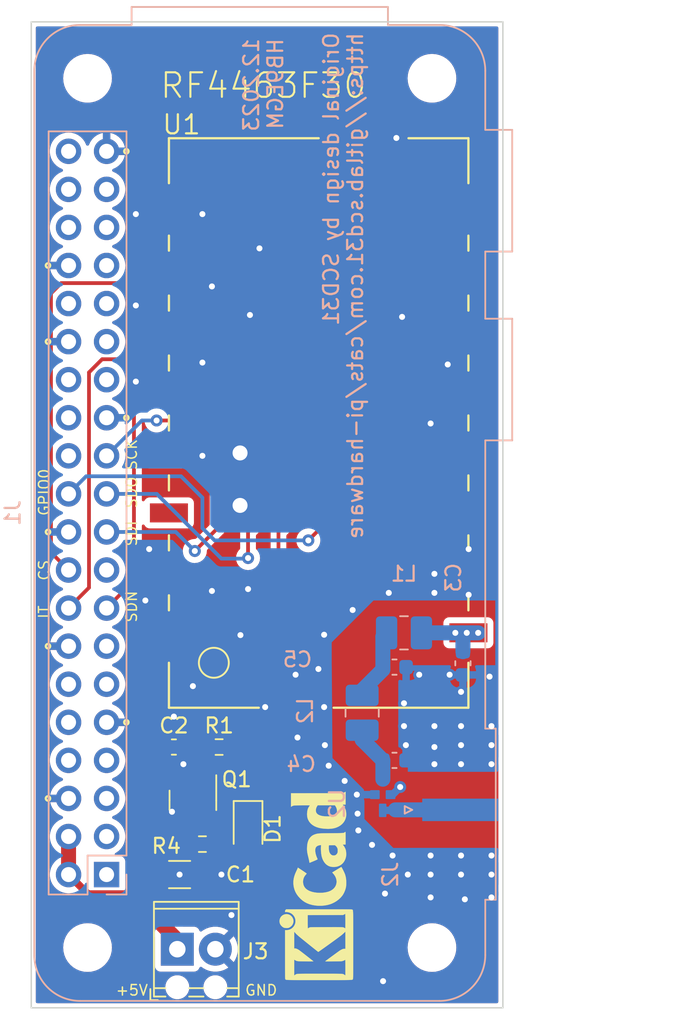
<source format=kicad_pcb>
(kicad_pcb (version 20221018) (generator pcbnew)

  (general
    (thickness 1.6)
  )

  (paper "A4")
  (title_block
    (date "2023-12-28")
    (comment 1 "LPF HB9EGM")
  )

  (layers
    (0 "F.Cu" signal)
    (31 "B.Cu" signal)
    (32 "B.Adhes" user "B.Adhesive")
    (33 "F.Adhes" user "F.Adhesive")
    (34 "B.Paste" user)
    (35 "F.Paste" user)
    (36 "B.SilkS" user "B.Silkscreen")
    (37 "F.SilkS" user "F.Silkscreen")
    (38 "B.Mask" user)
    (39 "F.Mask" user)
    (40 "Dwgs.User" user "User.Drawings")
    (41 "Cmts.User" user "User.Comments")
    (42 "Eco1.User" user "User.Eco1")
    (43 "Eco2.User" user "User.Eco2")
    (44 "Edge.Cuts" user)
    (45 "Margin" user)
    (46 "B.CrtYd" user "B.Courtyard")
    (47 "F.CrtYd" user "F.Courtyard")
    (48 "B.Fab" user)
    (49 "F.Fab" user)
    (50 "User.1" user)
    (51 "User.2" user)
    (52 "User.3" user)
    (53 "User.4" user)
    (54 "User.5" user)
    (55 "User.6" user)
    (56 "User.7" user)
    (57 "User.8" user)
    (58 "User.9" user)
  )

  (setup
    (stackup
      (layer "F.SilkS" (type "Top Silk Screen"))
      (layer "F.Paste" (type "Top Solder Paste"))
      (layer "F.Mask" (type "Top Solder Mask") (thickness 0.01))
      (layer "F.Cu" (type "copper") (thickness 0.035))
      (layer "dielectric 1" (type "core") (thickness 1.51) (material "FR4") (epsilon_r 4.5) (loss_tangent 0.02))
      (layer "B.Cu" (type "copper") (thickness 0.035))
      (layer "B.Mask" (type "Bottom Solder Mask") (thickness 0.01))
      (layer "B.Paste" (type "Bottom Solder Paste"))
      (layer "B.SilkS" (type "Bottom Silk Screen"))
      (copper_finish "None")
      (dielectric_constraints no)
    )
    (pad_to_mask_clearance 0)
    (pcbplotparams
      (layerselection 0x00010fc_ffffffff)
      (plot_on_all_layers_selection 0x0000000_00000000)
      (disableapertmacros false)
      (usegerberextensions true)
      (usegerberattributes true)
      (usegerberadvancedattributes false)
      (creategerberjobfile false)
      (dashed_line_dash_ratio 12.000000)
      (dashed_line_gap_ratio 3.000000)
      (svgprecision 6)
      (plotframeref false)
      (viasonmask false)
      (mode 1)
      (useauxorigin false)
      (hpglpennumber 1)
      (hpglpenspeed 20)
      (hpglpendiameter 15.000000)
      (dxfpolygonmode true)
      (dxfimperialunits true)
      (dxfusepcbnewfont true)
      (psnegative false)
      (psa4output false)
      (plotreference true)
      (plotvalue false)
      (plotinvisibletext false)
      (sketchpadsonfab false)
      (subtractmaskfromsilk true)
      (outputformat 1)
      (mirror false)
      (drillshape 0)
      (scaleselection 1)
      (outputdirectory "output")
    )
  )

  (net 0 "")
  (net 1 "VCC")
  (net 2 "GND")
  (net 3 "unconnected-(J1-3V3-Pad1)")
  (net 4 "Net-(D1-K)")
  (net 5 "unconnected-(J1-SDA{slash}GPIO2-Pad3)")
  (net 6 "unconnected-(J1-SCL{slash}GPIO3-Pad5)")
  (net 7 "unconnected-(J1-GCLK0{slash}GPIO4-Pad7)")
  (net 8 "unconnected-(J1-GPIO14{slash}TXD-Pad8)")
  (net 9 "unconnected-(J1-GPIO15{slash}RXD-Pad10)")
  (net 10 "unconnected-(J1-GPIO17-Pad11)")
  (net 11 "SDN")
  (net 12 "IT")
  (net 13 "CS")
  (net 14 "SDI")
  (net 15 "SDO")
  (net 16 "GPIO0")
  (net 17 "SCLK")
  (net 18 "unconnected-(J1-GPIO18{slash}PWM0-Pad12)")
  (net 19 "unconnected-(J1-GPIO27-Pad13)")
  (net 20 "unconnected-(J1-3V3-Pad17)")
  (net 21 "unconnected-(J1-~{CE0}{slash}GPIO8-Pad24)")
  (net 22 "unconnected-(J1-~{CE1}{slash}GPIO7-Pad26)")
  (net 23 "unconnected-(J1-ID_SD{slash}GPIO0-Pad27)")
  (net 24 "unconnected-(J1-ID_SC{slash}GPIO1-Pad28)")
  (net 25 "unconnected-(J1-GCLK1{slash}GPIO5-Pad29)")
  (net 26 "unconnected-(J1-GCLK2{slash}GPIO6-Pad31)")
  (net 27 "unconnected-(J1-PWM0{slash}GPIO12-Pad32)")
  (net 28 "unconnected-(J1-PWM1{slash}GPIO13-Pad33)")
  (net 29 "unconnected-(J1-GPIO19{slash}MISO1-Pad35)")
  (net 30 "unconnected-(J1-GPIO16-Pad36)")
  (net 31 "unconnected-(J1-GPIO26-Pad37)")
  (net 32 "unconnected-(J1-GPIO20{slash}MOSI1-Pad38)")
  (net 33 "TX_LED")
  (net 34 "unconnected-(J1-GPIO21{slash}SCLK1-Pad40)")
  (net 35 "Net-(J2-In)")
  (net 36 "Net-(U1-ANT)")
  (net 37 "Net-(Q1-B)")
  (net 38 "unconnected-(U1-NC-Pad3)")
  (net 39 "unconnected-(U1-NC-Pad4)")
  (net 40 "unconnected-(U1-NC-Pad14)")
  (net 41 "Net-(D1-A)")
  (net 42 "Net-(U2-IN)")
  (net 43 "Net-(C5-Pad1)")

  (footprint "Resistor_SMD:R_0603_1608Metric" (layer "F.Cu") (at 100.175 89.789))

  (footprint "npr70:RF4463F30" (layer "F.Cu") (at 115.824 58.166))

  (footprint "TerminalBlock_Phoenix:TerminalBlock_Phoenix_MPT-0,5-2-2.54_1x02_P2.54mm_Horizontal" (layer "F.Cu") (at 97.3836 103.2764))

  (footprint "Capacitor_SMD:C_1206_3216Metric" (layer "F.Cu") (at 97.536 98.298))

  (footprint "Symbol:KiCad-Logo_5mm_SilkScreen" (layer "F.Cu") (at 107.188 99.06 90))

  (footprint "Package_TO_SOT_SMD:SOT-23" (layer "F.Cu") (at 98.425 93.345 -90))

  (footprint "Capacitor_SMD:C_0603_1608Metric" (layer "F.Cu") (at 97.155 89.789))

  (footprint "LED_SMD:LED_0805_2012Metric_Pad1.15x1.40mm_HandSolder" (layer "F.Cu") (at 102.108 95.25 -90))

  (footprint "Resistor_SMD:R_0603_1608Metric" (layer "F.Cu") (at 99.06 96.266 180))

  (footprint "pi-transceiver:DEA160710LT_HandSolder" (layer "B.Cu") (at 111.0996 92.964 -90))

  (footprint "Connector_Coaxial:SMA_Amphenol_132289_EdgeMount" (layer "B.Cu") (at 116.2812 93.98))

  (footprint "Inductor_SMD:L_1008_2520Metric_Pad1.43x2.20mm_HandSolder" (layer "B.Cu") (at 112.522 82.169 180))

  (footprint "Module:Raspberry_Pi_Zero_Socketed_THT_FaceDown_MountingHoles" (layer "B.Cu") (at 92.660759 98.298))

  (footprint "Capacitor_SMD:C_0603_1608Metric" (layer "B.Cu") (at 111.887 90.678))

  (footprint "Capacitor_SMD:C_0603_1608Metric" (layer "B.Cu") (at 116.459 84.201 -90))

  (footprint "Inductor_SMD:L_1008_2520Metric_Pad1.43x2.20mm_HandSolder" (layer "B.Cu") (at 109.728 87.503 -90))

  (footprint "Capacitor_SMD:C_0603_1608Metric" (layer "B.Cu") (at 111.887 84.455))

  (gr_circle (center 93.98 50.038) (end 94.0308 49.9872)
    (stroke (width 0.15) (type default)) (fill none) (layer "F.SilkS") (tstamp 13557386-cdf6-487e-91f3-3cbf4efca919))
  (gr_circle (center 88.7476 83.058) (end 88.7984 83.0072)
    (stroke (width 0.15) (type default)) (fill none) (layer "F.SilkS") (tstamp 849ead9d-b791-4f10-a853-3045240c604e))
  (gr_circle (center 93.98 88.138) (end 94.0308 88.0872)
    (stroke (width 0.15) (type default)) (fill none) (layer "F.SilkS") (tstamp 9b8e31c8-065e-44f4-b019-cd2cbdf04ee1))
  (gr_circle (center 88.7476 57.658) (end 88.7984 57.6072)
    (stroke (width 0.15) (type default)) (fill none) (layer "F.SilkS") (tstamp 9e343abf-1a46-4e09-ba05-2b5f9257419f))
  (gr_circle (center 88.7476 62.738) (end 88.7984 62.6872)
    (stroke (width 0.15) (type default)) (fill none) (layer "F.SilkS") (tstamp bd4402a9-ee5f-4f8c-bf1f-ecf6fc0b8dc4))
  (gr_circle (center 93.98 67.818) (end 94.0308 67.7672)
    (stroke (width 0.15) (type default)) (fill none) (layer "F.SilkS") (tstamp d5eafb99-ddaa-4d35-a8c8-0bb2b41bb086))
  (gr_circle (center 88.7476 93.218) (end 88.7984 93.1672)
    (stroke (width 0.15) (type default)) (fill none) (layer "F.SilkS") (tstamp dfe1d513-48bb-4b01-825e-5d102c7829a4))
  (gr_circle (center 88.7476 75.438) (end 88.7984 75.3872)
    (stroke (width 0.15) (type default)) (fill none) (layer "F.SilkS") (tstamp f14a0f9d-b019-4b65-920b-1f80f6174188))
  (gr_line (start 119.126 41.402) (end 87.63 41.402)
    (stroke (width 0.1) (type solid)) (layer "Edge.Cuts") (tstamp 1cbcbc8c-b710-48db-a569-036ff3b7fdc3))
  (gr_line (start 87.63 107.188) (end 119.126 107.188)
    (stroke (width 0.1) (type solid)) (layer "Edge.Cuts") (tstamp 3d0fd239-72c6-4d90-a3ea-e3390b8b4326))
  (gr_line (start 87.63 41.402) (end 87.63 107.188)
    (stroke (width 0.1) (type solid)) (layer "Edge.Cuts") (tstamp 5ce9fb97-9956-43a9-84f9-f6e8e6ee5c79))
  (gr_line (start 119.126 107.188) (end 119.126 41.402)
    (stroke (width 0.1) (type solid)) (layer "Edge.Cuts") (tstamp 8499cc82-b35b-4f37-b1a9-3e7d39b9b9f9))
  (gr_text "12.2023\nHB9EGM" (at 104.521 42.418 90) (layer "B.SilkS") (tstamp 13221db7-a732-45f9-be07-6967d73fc198)
    (effects (font (size 1 1) (thickness 0.15)) (justify left bottom mirror))
  )
  (gr_text "Original design by SCD31\nhttps://gitlab.scd31.com/cats/pi-hardware" (at 109.855 42.037 90) (layer "B.SilkS") (tstamp bd9b4d73-102b-4896-8dec-d78d73c0c35b)
    (effects (font (size 1 1) (thickness 0.15)) (justify left bottom mirror))
  )
  (gr_text "GPIO0" (at 88.9 74.422 90) (layer "F.SilkS") (tstamp 4703baf1-7378-4a12-ab76-ffbf2e104e92)
    (effects (font (size 0.7 0.7) (thickness 0.1)) (justify left bottom))
  )
  (gr_text "GND" (at 101.854 106.426) (layer "F.SilkS") (tstamp 4c60982d-0eac-4266-9caa-c972651806d3)
    (effects (font (size 0.7 0.7) (thickness 0.1)) (justify left bottom))
  )
  (gr_text "+5V" (at 93.218 106.426) (layer "F.SilkS") (tstamp 766fd8fb-3890-44dd-abe1-b5cd90fa3087)
    (effects (font (size 0.7 0.7) (thickness 0.1)) (justify left bottom))
  )
  (gr_text "SDI" (at 94.742 76.454 90) (layer "F.SilkS") (tstamp 7ad469da-2b62-47ff-b26b-a61eb014ed8e)
    (effects (font (size 0.7 0.7) (thickness 0.1)) (justify left bottom))
  )
  (gr_text "CS" (at 88.9 78.74 90) (layer "F.SilkS") (tstamp 954b1c35-c8f4-4316-b7c9-440eca409362)
    (effects (font (size 0.7 0.7) (thickness 0.1)) (justify left bottom))
  )
  (gr_text "SCK" (at 94.742 71.374 90) (layer "F.SilkS") (tstamp b0fe0566-4db8-4796-adb5-f58aea340eb0)
    (effects (font (size 0.7 0.7) (thickness 0.1)) (justify left bottom))
  )
  (gr_text "SDN" (at 94.742 81.534 90) (layer "F.SilkS") (tstamp cac43753-1e5d-42a5-91b9-adbaf3b64033)
    (effects (font (size 0.7 0.7) (thickness 0.1)) (justify left bottom))
  )
  (gr_text "IT" (at 88.9 81.28 90) (layer "F.SilkS") (tstamp e7ae8115-d27d-4e01-bbc6-0d6ddaa84330)
    (effects (font (size 0.7 0.7) (thickness 0.1)) (justify left bottom))
  )
  (gr_text "SDO" (at 94.742 73.914 90) (layer "F.SilkS") (tstamp fe13d2a1-c6a4-4486-ba87-19a5ce281ddb)
    (effects (font (size 0.7 0.7) (thickness 0.1)) (justify left bottom))
  )

  (segment (start 95.123 99.187) (end 94.712 99.598) (width 1) (layer "F.Cu") (net 1) (tstamp 02faf45e-af74-4a11-b30c-fdc55eec32a1))
  (segment (start 91.420759 99.598) (end 94.402 99.598) (width 0.5) (layer "F.Cu") (net 1) (tstamp 0cbe017f-80ec-418f-8672-e75dc700fc38))
  (segment (start 96.824 82.166) (end 95.123 83.867) (width 1) (layer "F.Cu") (net 1) (tstamp 184031c9-7aca-4c35-a8d0-99eac389a968))
  (segment (start 95.123 96.266) (end 95.123 99.187) (width 1) (layer "F.Cu") (net 1) (tstamp 2ae8ca8b-4206-479b-8faa-8ee119e81701))
  (segment (start 90.120759 98.298) (end 91.420759 99.598) (width 0.5) (layer "F.Cu") (net 1) (tstamp 37bd4842-e5cf-4195-a6f8-9c0625a17d0a))
  (segment (start 97.3836 102.6668) (end 97.3836 103.2764) (width 1) (layer "F.Cu") (net 1) (tstamp 5ee0cf20-bf44-43fc-b316-af6956402bcd))
  (segment (start 95.166 90) (end 95.123 90.043) (width 0.25) (layer "F.Cu") (net 1) (tstamp 71e35d07-2173-456b-95d1-b451470dcc76))
  (segment (start 95.123 83.867) (end 95.123 90.043) (width 1) (layer "F.Cu") (net 1) (tstamp 812a6c0e-b989-4bdd-8a21-216f34b5c378))
  (segment (start 95.123 90.043) (end 95.123 96.266) (width 1) (layer "F.Cu") (net 1) (tstamp ad60f458-4d41-473c-8590-159372167d39))
  (segment (start 94.712 99.598) (end 94.402 99.598) (width 1) (layer "F.Cu") (net 1) (tstamp b7e6cb8e-2d19-434f-9852-a8fa8447210c))
  (segment (start 94.402 99.6852) (end 97.3836 102.6668) (width 1) (layer "F.Cu") (net 1) (tstamp e7afa132-56b7-4929-8b67-8407ed6d375c))
  (segment (start 94.402 99.598) (end 94.402 99.6852) (width 1) (layer "F.Cu") (net 1) (tstamp f3701501-4c6a-4f8f-964a-d64939f5c5ab))
  (segment (start 98.235 96.266) (end 95.123 96.266) (width 0.25) (layer "F.Cu") (net 1) (tstamp f79bdcc6-a1c9-4927-aaba-f90994f94951))
  (segment (start 96.38 89.789) (end 95.166 89.789) (width 0.25) (layer "F.Cu") (net 1) (tstamp fbd600c5-c1c8-4d74-b367-eaf0d7b26c6e))
  (segment (start 90.120759 95.758) (end 90.120759 98.298) (width 1) (layer "F.Cu") (net 1) (tstamp ffe43b0d-e641-49dc-b5f3-48a4b5f53eb1))
  (via (at 118.364 89.662) (size 0.8) (drill 0.4) (layers "F.Cu" "B.Cu") (net 2) (tstamp 029b2ffa-1293-47c3-846a-62d5bd7e6440))
  (via (at 114.554 78.232) (size 0.8) (drill 0.4) (layers "F.Cu" "B.Cu") (free) (net 2) (tstamp 08e2286f-026f-424f-b92c-fc263bdd3b25))
  (via (at 94.615 65.405) (size 0.8) (drill 0.4) (layers "F.Cu" "B.Cu") (free) (net 2) (tstamp 0cf6a095-1fff-484a-84df-c7d41109c0bf))
  (via (at 112.522 88.392) (size 0.8) (drill 0.4) (layers "F.Cu" "B.Cu") (free) (net 2) (tstamp 0cfc2f95-f327-4bd6-90f5-a7bcab4df663))
  (via (at 114.554 89.789) (size 0.8) (drill 0.4) (layers "F.Cu" "B.Cu") (net 2) (tstamp 0e002d1a-1676-4b9e-9e32-4a9458d277ab))
  (via (at 113.538 84.963) (size 0.8) (drill 0.4) (layers "F.Cu" "B.Cu") (free) (net 2) (tstamp 1424a9d5-3db0-4ef8-a104-a7e32f9adcec))
  (via (at 118.364 99.822) (size 0.8) (drill 0.4) (layers "F.Cu" "B.Cu") (free) (net 2) (tstamp 18ce5175-bc58-4b8f-8645-f4ec41744464))
  (via (at 114.554 90.932) (size 0.8) (drill 0.4) (layers "F.Cu" "B.Cu") (free) (net 2) (tstamp 1bcf5c4a-94b1-4d80-918a-37f443dbcb7d))
  (via (at 114.3 97.028) (size 0.8) (drill 0.4) (layers "F.Cu" "B.Cu") (free) (net 2) (tstamp 21afa141-6c5f-4152-a669-73dda9c36dc0))
  (via (at 106.807 84.582) (size 0.8) (drill 0.4) (layers "F.Cu" "B.Cu") (free) (net 2) (tstamp 2a7f79c5-6ba9-496b-b9e5-996f4b7ca2f1))
  (via (at 115.57 84.963) (size 0.8) (drill 0.4) (layers "F.Cu" "B.Cu") (free) (net 2) (tstamp 2b777506-9686-4e55-9198-ce520d00e6dd))
  (via (at 116.84 76.581) (size 0.8) (drill 0.4) (layers "F.Cu" "B.Cu") (free) (net 2) (tstamp 33f9bd21-43f9-4ff4-8e8e-75e4432b3e6a))
  (via (at 109.3724 92.964) (size 0.8) (drill 0.4) (layers "F.Cu" "B.Cu") (free) (net 2) (tstamp 340bfd41-7e0c-49d3-b789-e98f782abb4c))
  (via (at 97.536 98.298) (size 0.8) (drill 0.4) (layers "F.Cu" "B.Cu") (free) (net 2) (tstamp 3836bd8d-15e9-4263-abe2-97393d4274e2))
  (via (at 95.25 80.01) (size 0.8) (drill 0.4) (layers "F.Cu" "B.Cu") (free) (net 2) (tstamp 38da0a62-4e15-4d76-b5d3-83f70e31691c))
  (via (at 112.649 89.662) (size 0.8) (drill 0.4) (layers "F.Cu" "B.Cu") (free) (net 2) (tstamp 3dd0fa0a-2936-4681-9c03-032302f2d6e5))
  (via (at 116.332 88.392) (size 0.8) (drill 0.4) (layers "F.Cu" "B.Cu") (free) (net 2) (tstamp 415476dd-b6da-4d5f-886a-7fec5687ef14))
  (via (at 116.332 97.028) (size 0.8) (drill 0.4) (layers "F.Cu" "B.Cu") (free) (net 2) (tstamp 4392ecb9-e65a-42c3-87c1-c3317bfc43bd))
  (via (at 101.6 82.319492) (size 0.8) (drill 0.4) (layers "F.Cu" "B.Cu") (free) (net 2) (tstamp 492afda7-f871-4b4c-ba7a-623990777c77))
  (via (at 118.237 85.09) (size 0.8) (drill 0.4) (layers "F.Cu" "B.Cu") (free) (net 2) (tstamp 4cd8b92a-444d-4406-876e-92ed70aa714b))
  (via (at 111.252 99.568) (size 0.8) (drill 0.4) (layers "F.Cu" "B.Cu") (free) (net 2) (tstamp 4f1b4335-7237-4337-b31f-54581bb91d7d))
  (via (at 98.425 85.725) (size 0.8) (drill 0.4) (layers "F.Cu" "B.Cu") (free) (net 2) (tstamp 50870bf7-c4cb-459e-bce3-abc499baa9d6))
  (via (at 112.776 98.298) (size 0.8) (drill 0.4) (layers "F.Cu" "B.Cu") (free) (net 2) (tstamp 580e4387-d39c-44d1-92d9-f764a2bfb811))
  (via (at 112.268 92.456) (size 0.8) (drill 0.4) (layers "F.Cu" "B.Cu") (net 2) (tstamp 597e7942-aeb8-4561-847b-fef7a95519de))
  (via (at 99.06 70.358) (size 0.8) (drill 0.4) (layers "F.Cu" "B.Cu") (free) (net 2) (tstamp 64ea1369-9d98-40e5-b121-a2f351276acd))
  (via (at 114.554 88.392) (size 0.8) (drill 0.4) (layers "F.Cu" "B.Cu") (free) (net 2) (tstamp 66447d2a-ea73-4afc-a9ed-50b880c8758f))
  (via (at 107.188 87.122) (size 0.8) (drill 0.4) (layers "F.Cu" "B.Cu") (free) (net 2) (tstamp 6845feb9-e1b6-43cd-85f7-d79d6a3d6c8d))
  (via (at 107.188 82.296) (size 0.8) (drill 0.4) (layers "F.Cu" "B.Cu") (free) (net 2) (tstamp 6c12dcaa-a741-4aba-8e72-c0105b4493b6))
  (via (at 118.364 90.932) (size 0.8) (drill 0.4) (layers "F.Cu" "B.Cu") (free) (net 2) (tstamp 6c608368-262b-4f6e-a28c-273aea6597c1))
  (via (at 99.06 64.135) (size 0.8) (drill 0.4) (layers "F.Cu" "B.Cu") (free) (net 2) (tstamp 7029d98d-dc6d-4c5e-b6a9-cebee3279c22))
  (via (at 109.4232 94.234) (size 0.8) (drill 0.4) (layers "F.Cu" "B.Cu") (free) (net 2) (tstamp 78940c7a-d371-4c3c-a2f5-bdf3aeb8c9c6))
  (via (at 114.3 68.199) (size 0.8) (drill 0.4) (layers "F.Cu" "B.Cu") (free) (net 2) (tstamp 79bb19c1-d54c-41df-b30e-4fe793e6aa5f))
  (via (at 97.79 90.932) (size 0.8) (drill 0.4) (layers "F.Cu" "B.Cu") (free) (net 2) (tstamp 7d70bb7d-e085-46cb-ab61-2b8a30677e9a))
  (via (at 114.3 99.822) (size 0.8) (drill 0.4) (layers "F.Cu" "B.Cu") (free) (net 2) (tstamp 7d9e10e8-24ef-44c7-b1ce-89e6f6be8a30))
  (via (at 112.395 61.087) (size 0.8) (drill 0.4) (layers "F.Cu" "B.Cu") (free) (net 2) (tstamp 7f4f3cca-e9fd-465f-940d-d3fe136f3a98))
  (via (at 111.76 97.028) (size 0.8) (drill 0.4) (layers "F.Cu" "B.Cu") (free) (net 2) (tstamp 83123bab-a783-4087-99e2-b7a94b92754a))
  (via (at 99.695 79.375) (size 0.8) (drill 0.4) (layers "F.Cu" "B.Cu") (free) (net 2) (tstamp 8324a7c8-ded2-46bc-b84b-e019e28f6738))
  (via (at 103.251 87.122) (size 0.8) (drill 0.4) (layers "F.Cu" "B.Cu") (free) (net 2) (tstamp 86a8a258-40cf-4027-9ae5-c72cd46e5f06))
  (via (at 107.4928 91.0336) (size 0.8) (drill 0.4) (layers "F.Cu" "B.Cu") (free) (net 2) (tstamp 8bbe95bd-b66d-41d0-99a9-4e85792b904b))
  (via (at 101 101) (size 0.8) (drill 0.4) (layers "F.Cu" "B.Cu") (free) (net 2) (tstamp 8e19e4fa-bed9-47a5-8e1c-b847a4cdacbb))
  (via (at 99.695 59.055) (size 0.8) (drill 0.4) (layers "F.Cu" "B.Cu") (free) (net 2) (tstamp 8e34801e-bff9-4d6f-8edf-718214926c1c))
  (via (at 118.364 88.392) (size 0.8) (drill 0.4) (layers "F.Cu" "B.Cu") (free) (net 2) (tstamp 8e9b52b5-64e3-4d32-8363-2b04200019a9))
  (via (at 97.028 94.107) (size 0.8) (drill 0.4) (layers "F.Cu" "B.Cu") (free) (net 2) (tstamp 8f45377e-272d-43d8-b268-93869060ff9c))
  (via (at 97.155 87.757) (size 0.8) (drill 0.4) (layers "F.Cu" "B.Cu") (free) (net 2) (tstamp 941cd078-494f-4d3a-b1f4-dc08c39426fb))
  (via (at 116.586 99.949) (size 0.8) (drill 0.4) (layers "F.Cu" "B.Cu") (free) (net 2) (tstamp 975344f4-1144-4fed-890b-c470a9f15a2f))
  (via (at 100.33 98.298) (size 0.8) (drill 0.4) (layers "F.Cu" "B.Cu") (free) (net 2) (tstamp 9f0ee010-1f32-4676-a037-aa3e54fdb6ce))
  (via (at 118.364 97.028) (size 0.8) (drill 0.4) (layers "F.Cu" "B.Cu") (free) (net 2) (tstamp a470eadb-c0b4-4a74-8496-389852fd0891))
  (via (at 110.3884 96.3168) (size 0.8) (drill 0.4) (layers "F.Cu" "B.Cu") (free) (net 2) (tstamp a78eb89a-53eb-4a48-ba15-71903abeb492))
  (via (at 114.554 79.502) (size 0.8) (drill 0.4) (layers "F.Cu" "B.Cu") (free) (net 2) (tstamp aa448970-a839-4b58-9e4a-8bb56940a694))
  (via (at 116.332 89.662) (size 0.8) (drill 0.4) (layers "F.Cu" "B.Cu") (net 2) (tstamp ab17a5e7-8c47-4690-a579-cf6485004860))
  (via (at 107.2388 89.662) (size 0.8) (drill 0.4) (layers "F.Cu" "B.Cu") (free) (net 2) (tstamp ade1f34f-47b7-44ba-bf22-ada98dafac18))
  (via (at 114.3 98.298) (size 0.8) (drill 0.4) (layers "F.Cu" "B.Cu") (net 2) (tstamp b01ee2d6-e2f4-4305-bd4b-d82d46fda4c4))
  (via (at 102.87 56.515) (size 0.8) (drill 0.4) (layers "F.Cu" "B.Cu") (free) (net 2) (tstamp b4d831b3-6116-4c0d-9813-f35977304861))
  (via (at 99.06 54.229) (size 0.8) (drill 0.4) (layers "F.Cu" "B.Cu") (free) (net 2) (tstamp bfcfeb8f-0bd0-4d8e-b192-50dab5da6212))
  (via (at 109.474 95.3516) (size 0.8) (drill 0.4) (layers "F.Cu" "B.Cu") (free) (net 2) (tstamp c93c7412-b117-4fc2-bb88-7a0cf2aef6fe))
  (via (at 94.615 54.229) (size 0.8) (drill 0.4) (layers "F.Cu" "B.Cu") (free) (net 2) (tstamp cd119861-26d3-4bbe-b321-ebe08fca2c25))
  (via (at 111.125 105.41) (size 0.8) (drill 0.4) (layers "F.Cu" "B.Cu") (free) (net 2) (tstamp cf0392bf-f991-4253-9729-d801aa3f1795))
  (via (at 112.014 49.149) (size 0.8) (drill 0.4) (layers "F.Cu" "B.Cu") (free) (net 2) (tstamp d1847922-e8ba-47d6-8e5b-5850a64bb19e))
  (via (at 116.332 98.298) (size 0.8) (drill 0.4) (layers "F.Cu" "B.Cu") (net 2) (tstamp d3a8bb88-b557-4640-80aa-ad5703a33945))
  (via (at 102.235 60.96) (size 0.8) (drill 0.4) (layers "F.Cu" "B.Cu") (free) (net 2) (tstamp d8fc2c57-d00c-4c40-83b6-c131add087db))
  (via (at 115.443 64.262) (size 0.8) (drill 0.4) (layers "F.Cu" "B.Cu") (free) (net 2) (tstamp daddbfc9-0888-4785-9a87-5121f45ca696))
  (via (at 116.332 90.932) (size 0.8) (drill 0.4) (layers "F.Cu" "B.Cu") (free) (net 2) (tstamp dd330225-2823-4805-8e80-38aa8ea52f1e))
  (via (at 105.41 89.154) (size 0.8) (drill 0.4) (layers "F.Cu" "B.Cu") (free) (net 2) (tstamp de299163-dbc4-4893-bfe1-e0e87a781fe6))
  (via (at 111.506 79.502) (size 0.8) (drill 0.4) (layers "F.Cu" "B.Cu") (free) (net 2) (tstamp e081905a-7b14-4fd5-ba8b-9e314fe6e946))
  (via (at 95.504 76.581) (size 0.8) (drill 0.4) (layers "F.Cu" "B.Cu") (free) (net 2) (tstamp ea3794ff-3d1d-4b24-ab06-0a750ae73a77))
  (via (at 112.522 86.868) (size 0.8) (drill 0.4) (layers "F.Cu" "B.Cu") (free) (net 2) (tstamp ea8a13b0-35e5-4a7d-b99d-e8cff704cb09))
  (via (at 108.5596 92.0496) (size 0.8) (drill 0.4) (layers "F.Cu" "B.Cu") (free) (net 2) (tstamp ec82536a-8411-4ffd-88c3-56336b42dd89))
  (via (at 94.615 60.325) (size 0.8) (drill 0.4) (layers "F.Cu" "B.Cu") (free) (net 2) (tstamp ee079d64-6fb4-4a07-bf43-0c5cb7eb5d29))
  (via (at 116.84 79.629) (size 0.8) (drill 0.4) (layers "F.Cu" "B.Cu") (free) (net 2) (tstamp f0c32394-114c-45fa-ac04-3fba5a6e27c5))
  (via (at 116.332 86.106) (size 0.8) (drill 0.4) (layers "F.Cu" "B.Cu") (free) (net 2) (tstamp f6a2893a-77ef-486d-a339-db9ee06790bf))
  (via (at 102.108 79.248) (size 0.8) (drill 0.4) (layers "F.Cu" "B.Cu") (free) (net 2) (tstamp f74b7ea4-8f63-418d-bb6a-00ca9100ae57))
  (via (at 105.283 84.963) (size 0.8) (drill 0.4) (layers "F.Cu" "B.Cu") (free) (net 2) (tstamp fbfe15be-8264-4a33-af75-1e1d7f4ab745))
  (via (at 109.093 80.645) (size 0.8) (drill 0.4) (layers "F.Cu" "B.Cu") (free) (net 2) (tstamp fe230ab9-a334-46dd-bf59-69ddc9068496))
  (via (at 118.364 98.298) (size 0.8) (drill 0.4) (layers "F.Cu" "B.Cu") (net 2) (tstamp fff2746c-57b8-4149-b10d-e326793bfeee))
  (segment (start 114.3 90.678) (end 114.554 90.932) (width 0.5) (layer "B.Cu") (net 2) (tstamp 1a360ed9-c6ed-4847-a851-38ac79a9f70e))
  (segment (start 111.76 92.964) (end 112.268 92.456) (width 0.5) (layer "B.Cu") (net 2) (tstamp 1e18cef0-3453-48a6-a2ac-ee54314f1323))
  (segment (start 111.6246 92.964) (end 111.76 92.964) (width 0.5) (layer "B.Cu") (net 2) (tstamp 43a6192b-54aa-4ffd-a3b2-7e43f2f060cf))
  (segment (start 110.5746 92.964) (end 109.3724 92.964) (width 0.5) (layer "B.Cu") (net 2) (tstamp 6119fb80-0bb1-4282-8886-6078e628a393))
  (segment (start 112.662 90.678) (end 114.3 90.678) (width 0.5) (layer "B.Cu") (net 2) (tstamp ede0ed1a-e0c7-4104-aa1d-a159a5e8eed1))
  (segment (start 98.4825 94.225) (end 98.425 94.2825) (width 0.25) (layer "F.Cu") (net 4) (tstamp 16e5e742-a145-46aa-b1ef-7fe8081f8b5b))
  (segment (start 102.108 94.225) (end 98.4825 94.225) (width 0.25) (layer "F.Cu") (net 4) (tstamp 2d78ac5f-3caa-41fa-b5f8-4c23e89dd780))
  (segment (start 98.425 94.2825) (end 98.425 93.7745) (width 0.25) (layer "F.Cu") (net 4) (tstamp 7297978d-6380-4a05-910c-2fc98ba5b64c))
  (segment (start 95.886 66.166) (end 96.824 66.166) (width 0.25) (layer "F.Cu") (net 11) (tstamp 07c4a21c-8df0-4e33-863d-c690837d1b09))
  (segment (start 92.660759 80.518) (end 94.488 78.690759) (width 0.25) (layer "F.Cu") (net 11) (tstamp 3e99171a-cd41-402d-8b50-5fffb37d97bf))
  (segment (start 94.488 78.690759) (end 94.488 67.564) (width 0.25) (layer "F.Cu") (net 11) (tstamp 4c218dc9-fd6a-41c4-b2cc-7ab94f840e4e))
  (segment (start 94.488 67.564) (end 95.886 66.166) (width 0.25) (layer "F.Cu") (net 11) (tstamp e5e5bc7c-6fbd-4c37-baa4-8a2b7b850382))
  (segment (start 91.485759 79.153) (end 91.485759 64.791299) (width 0.25) (layer "F.Cu") (net 12) (tstamp 5c0ee249-7b4c-426e-bcd4-affa91756f26))
  (segment (start 91.485759 64.791299) (end 92.364058 63.913) (width 0.25) (layer "F.Cu") (net 12) (tstamp 7adf9a98-e1ad-4119-8511-1d8f0fa01362))
  (segment (start 92.364058 63.913) (end 95.077 63.913) (width 0.25) (layer "F.Cu") (net 12) (tstamp 88f5663c-4564-4ffa-a236-33a3d940fbc7))
  (segment (start 90.120759 80.518) (end 91.485759 79.153) (width 0.25) (layer "F.Cu") (net 12) (tstamp b375b9e7-c702-4f5c-a96c-6d518aa5e17c))
  (segment (start 95.077 63.913) (end 96.824 62.166) (width 0.25) (layer "F.Cu") (net 12) (tstamp f69c4574-c4d2-4c35-a536-2920992bf371))
  (segment (start 94.234 58.166) (end 96.824 58.166) (width 0.25) (layer "F.Cu") (net 13) (tstamp 0e324987-e230-421b-82da-84678925d93e))
  (segment (start 90.120759 77.978) (end 88.945759 76.803) (width 0.25) (layer "F.Cu") (net 13) (tstamp 532b887d-d4a3-4dd6-b74f-304a744305d8))
  (segment (start 88.945759 76.803) (end 88.945759 59.521299) (width 0.25) (layer "F.Cu") (net 13) (tstamp 555ad0e8-5c25-4d27-8549-32064c12b6db))
  (segment (start 93.567 58.833) (end 94.234 58.166) (width 0.25) (layer "F.Cu") (net 13) (tstamp 5984cf9c-6376-4a59-9a5f-e2b0a405572a))
  (segment (start 89.634058 58.833) (end 93.567 58.833) (width 0.25) (layer "F.Cu") (net 13) (tstamp c573350a-a1a3-4012-9295-84021fbe2f88))
  (segment (start 88.945759 59.521299) (end 89.634058 58.833) (width 0.25) (layer "F.Cu") (net 13) (tstamp ee3edbd1-847c-4f75-a7fb-3f1fefee942b))
  (segment (start 100.076 69.088) (end 110.998 58.166) (width 0.25) (layer "F.Cu") (net 14) (tstamp 52e5a68d-0855-4103-9eca-79aa079c8026))
  (segment (start 98.552 76.708) (end 100.076 75.184) (width 0.25) (layer "F.Cu") (net 14) (tstamp 7ba525f4-080b-4e22-9628-81baa4c287bd))
  (segment (start 100.076 75.184) (end 100.076 69.088) (width 0.25) (layer "F.Cu") (net 14) (tstamp 90da63f9-79e7-4f12-8d43-61c41f58770f))
  (segment (start 110.998 58.166) (end 114.554 58.166) (width 0.25) (layer "F.Cu") (net 14) (tstamp 97ac82b1-8d6b-46d2-b452-825f09286346))
  (segment (start 114.554 58.166) (end 116.824 58.166) (width 0.25) (layer "F.Cu") (net 14) (tstamp c326496f-37a6-413d-b8e6-a20746e4c00d))
  (via (at 98.552 76.708) (size 0.8) (drill 0.4) (layers "F.Cu" "B.Cu") (net 14) (tstamp 03c09b0d-860e-450d-92a0-672793b02708))
  (segment (start 92.660759 75.438) (end 97.282 75.438) (width 0.25) (layer "B.Cu") (net 14) (tstamp 43b717b1-e643-416c-a15e-f4fd3854a09d))
  (segment (start 97.282 75.438) (end 98.552 76.708) (width 0.25) (layer "B.Cu") (net 14) (tstamp 64d780fd-906a-48fa-8c2a-fcb2fb521c48))
  (segment (start 115.38 62.166) (end 116.824 62.166) (width 0.25) (layer "F.Cu") (net 15) (tstamp 54d05881-f7eb-4831-a0c6-4c2e052cdb21))
  (segment (start 102.108 75.438) (end 115.38 62.166) (width 0.25) (layer "F.Cu") (net 15) (tstamp 7f3e8a11-fc76-4d87-9749-2e18f0d9a9cb))
  (segment (start 102.108 77.1785) (end 102.108 75.438) (width 0.25) (layer "F.Cu") (net 15) (tstamp b602ebd6-efb4-4d09-b3bb-fc05d8096831))
  (via (at 102.108 77.1785) (size 0.8) (drill 0.4) (layers "F.Cu" "B.Cu") (net 15) (tstamp 531cba69-f186-4bd5-9da7-596721b39895))
  (segment (start 96.012 72.898) (end 100.33 77.216) (width 0.25) (layer "B.Cu") (net 15) (tstamp 61450ce6-4a96-4e7b-8ab3-3314869173c0))
  (segment (start 92.660759 72.898) (end 96.012 72.898) (width 0.25) (layer "B.Cu") (net 15) (tstamp c0765a80-c5b8-4e29-9559-f46e6d4da84b))
  (segment (start 102.0705 77.216) (end 102.108 77.1785) (width 0.25) (layer "B.Cu") (net 15) (tstamp c5cebf8d-201d-48e1-9735-2481ee612717))
  (segment (start 100.33 77.216) (end 102.0705 77.216) (width 0.25) (layer "B.Cu") (net 15) (tstamp e82cc299-cafa-451b-8bd0-07dcd1926ed2))
  (segment (start 116.824 70.166) (end 111.9685 70.166) (width 0.25) (layer "F.Cu") (net 16) (tstamp 5e3130c4-c74d-4d21-87b9-bced816caf31))
  (segment (start 111.9685 70.166) (end 106.1345 76) (width 0.25) (layer "F.Cu") (net 16) (tstamp e984eaa9-c91c-468d-b8ba-c9558af0c8b3))
  (via (at 106.1345 76) (size 0.8) (drill 0.4) (layers "F.Cu" "B.Cu") (net 16) (tstamp 9ccb9792-60d8-4929-a95f-7d9daee8d763))
  (segment (start 91.295759 71.723) (end 97.631 71.723) (width 0.25) (layer "B.Cu") (net 16) (tstamp 27bd6e3c-0fdb-4ada-bfcf-c2f4a79a0401))
  (segment (start 90.120759 72.898) (end 91.295759 71.723) (width 0.25) (layer "B.Cu") (net 16) (tstamp 673aabc8-6240-40c0-a22b-a51e544fef68))
  (segment (start 106.1345 76) (end 99.876 76) (width 0.25) (layer "B.Cu") (net 16) (tstamp 84d70ffe-15c6-49b6-bc21-b0e6d3b00fd1))
  (segment (start 99.876 76) (end 99.06 75.184) (width 0.25) (layer "B.Cu") (net 16) (tstamp 909ae1bf-e2c9-4b3c-accb-cb126ed967fe))
  (segment (start 97.631 71.723) (end 99.06 73.152) (width 0.25) (layer "B.Cu") (net 16) (tstamp b549b56a-4d9f-477d-91c8-d07fb21692f4))
  (segment (start 99.06 73.152) (end 99.06 75.184) (width 0.25) (layer "B.Cu") (net 16) (tstamp c9cac34f-5886-494c-8fdf-e9906a35fd22))
  (segment (start 96 68) (end 99 68) (width 0.25) (layer "F.Cu") (net 17) (tstamp 213f465a-3a2c-480b-8935-e97e2d81ec52))
  (segment (start 112.834 54.166) (end 116.824 54.166) (width 0.25) (layer "F.Cu") (net 17) (tstamp 763e9036-d5ce-4b95-9fbe-2e01b1aa8313))
  (segment (start 99 68) (end 112.834 54.166) (width 0.25) (layer "F.Cu") (net 17) (tstamp 9da8fd9c-ae7a-4c52-9de9-a41dadcedd4d))
  (segment (start 116.76 54.102) (end 116.824 54.166) (width 0.25) (layer "F.Cu") (net 17) (tstamp a31f7148-f82f-47dc-b51d-8f6afbfd82c5))
  (via (at 96 68) (size 0.8) (drill 0.4) (layers "F.Cu" "B.Cu") (net 17) (tstamp b94d2de5-e208-4a62-9f14-82916d18d7ce))
  (segment (start 92.660759 70.358) (end 95.018759 68) (width 0.25) (layer "B.Cu") (net 17) (tstamp 3e800a0f-01b8-44b8-bc65-ab6b1042a92d))
  (segment (start 95.018759 68) (end 96 68) (width 0.25) (layer "B.Cu") (net 17) (tstamp 5ca39f66-ed8a-4b23-952f-179a0be72538))
  (segment (start 99.35 89.789) (end 99.35 86.07) (width 0.25) (layer "F.Cu") (net 33) (tstamp 042cc7c7-41ad-4c70-8638-2c8479f6e41b))
  (segment (start 99.35 86.07) (end 104.14 81.28) (width 0.25) (layer "F.Cu") (net 33) (tstamp 4ab58fd1-490a-4e5b-82d8-21697435514e))
  (segment (start 104.14 75.438) (end 113.412 66.166) (width 0.25) (layer "F.Cu") (net 33) (tstamp 658b226e-6950-4501-89e8-533dc7ba3dbc))
  (segment (start 113.412 66.166) (end 116.824 66.166) (width 0.25) (layer "F.Cu") (net 33) (tstamp 7c9c846c-5e82-4b37-ae97-6c1badf96d0b))
  (segment (start 104.14 81.28) (end 104.14 75.438) (width 0.25) (layer "F.Cu") (net 33) (tstamp b76477ce-8d1e-4c5a-84c1-ccedafd91816))
  (segment (start 111.0996 94.014) (end 111.9124 94.014) (width 0.5) (layer "B.Cu") (net 35) (tstamp d0021ebf-fb0d-49c8-b639-2045c3ab8f2f))
  (segment (start 116.332 93.98) (end 111.9464 93.98) (width 1) (layer "B.Cu") (net 35) (tstamp fc46a13c-bca1-4591-bcb5-df7ef3bf7e9c))
  (segment (start 117.472 82.166) (end 117.475 82.169) (width 0.25) (layer "F.Cu") (net 36) (tstamp 1068f13f-4704-4482-835c-e0ef10ef86d4))
  (segment (start 116.824 82.166) (end 117.472 82.166) (width 0.25) (layer "F.Cu") (net 36) (tstamp dc5e2a9d-1859-43f8-b8e9-9e047e35f8ab))
  (via (at 117.475 82.169) (size 0.8) (drill 0.4) (layers "F.Cu" "B.Cu") (net 36) (tstamp 093ce502-64b7-4232-bf54-0c48ee880707))
  (via (at 116.713 82.169) (size 0.8) (drill 0.4) (layers "F.Cu" "B.Cu") (net 36) (tstamp 4098df3a-80c2-4d4d-a5b7-c833aa481faa))
  (via (at 115.951 82.169) (size 0.8) (drill 0.4) (layers "F.Cu" "B.Cu") (net 36) (tstamp 8a90cfd5-99e1-4cc0-86ed-caf65f425489))
  (segment (start 117.475 82.169) (end 116.713 82.169) (width 0.25) (layer "B.Cu") (net 36) (tstamp 1f487686-ecd9-4314-b3ac-67c5e080af2d))
  (segment (start 116.713 82.169) (end 115.951 82.169) (width 0.25) (layer "B.Cu") (net 36) (tstamp 55ebf2bd-0afb-4e7f-a6d4-dc465302271f))
  (segment (start 116.459 83.426) (end 116.459 82.423) (width 1) (layer "B.Cu") (net 36) (tstamp 8d640ef9-5528-406c-8869-f4f08b7b2f90))
  (segment (start 113.6845 82.169) (end 117.475 82.169) (width 1) (layer "B.Cu") (net 36) (tstamp dd0e7b74-7c77-4c54-9f5d-3fe8546f1ed0))
  (segment (start 116.459 82.423) (end 116.713 82.169) (width 0.25) (layer "B.Cu") (net 36) (tstamp ec34b08a-dd15-476f-bef6-0e394546d71d))
  (segment (start 101 90.7825) (end 99.375 92.4075) (width 0.25) (layer "F.Cu") (net 37) (tstamp 9c6ab7f5-01e8-4aeb-a004-86fbe182c483))
  (segment (start 101 89.789) (end 101 90.7825) (width 0.25) (layer "F.Cu") (net 37) (tstamp c3e91149-ca85-44db-b399-ee3103685116))
  (segment (start 99.885 96.266) (end 102.099 96.266) (width 0.25) (layer "F.Cu") (net 41) (tstamp 76905d79-a204-4f81-9c83-094391c59e28))
  (segment (start 102.099 96.266) (end 102.108 96.275) (width 0.25) (layer "F.Cu") (net 41) (tstamp bae1a52f-80ff-4998-a07a-054b6c64bc87))
  (segment (start 109.7345 89.3005) (end 111.112 90.678) (width 1) (layer "B.Cu") (net 42) (tstamp 471403fa-4648-4a26-aad7-cd6587107bb8))
  (segment (start 111.112 90.678) (end 111.112 91.935) (width 1) (layer "B.Cu") (net 42) (tstamp ab4bdedc-7fa5-4fc1-8095-4c4f8810ee95))
  (segment (start 109.728 89.3005) (end 109.7345 89.3005) (width 1) (layer "B.Cu") (net 42) (tstamp e85e266c-c998-40f9-acff-9254362acf6f))
  (segment (start 109.728 86.0044) (end 111.112 84.6204) (width 1) (layer "B.Cu") (net 43) (tstamp 6c1992e8-0ce9-4029-95a6-cc973b2ed0ee))
  (segment (start 111.112 84.6204) (end 111.112 84.455) (width 1) (layer "B.Cu") (net 43) (tstamp 9426ab38-b116-4433-9a4a-396b031755df))
  (segment (start 111.112 84.455) (end 111.112 82.4165) (width 1) (layer "B.Cu") (net 43) (tstamp b9933a22-29d4-4960-b4fa-f3dae78ace8b))
  (segment (start 111.112 82.4165) (end 111.3595 82.169) (width 1) (layer "B.Cu") (net 43) (tstamp eac78f2c-f2aa-47dc-9db2-9dfe1b8fe500))
  (segment (start 109.728 86.3405) (end 109.728 86.0044) (width 1) (layer "B.Cu") (net 43) (tstamp ee934853-5b48-4c08-ae7d-00266eab7710))

  (zone (net 2) (net_name "GND") (layers "F&B.Cu") (tstamp 6c7fac1c-5ee2-4335-9af5-6303fd9047c7) (hatch edge 0.508)
    (connect_pads (clearance 0.4))
    (min_thickness 0.2) (filled_areas_thickness no)
    (fill yes (thermal_gap 0.4) (thermal_bridge_width 0.5))
    (polygon
      (pts
        (xy 118.8212 106.8832)
        (xy 87.9348 106.8832)
        (xy 87.9348 41.7068)
        (xy 118.8212 41.7068)
      )
    )
    (filled_polygon
      (layer "F.Cu")
      (pts
        (xy 118.780391 41.725707)
        (xy 118.816355 41.775207)
        (xy 118.8212 41.8058)
        (xy 118.8212 88.481)
        (xy 118.802293 88.539191)
        (xy 118.752793 88.575155)
        (xy 118.7222 88.58)
        (xy 116.531201 88.58)
        (xy 116.5312 88.580001)
        (xy 116.5312 90.879998)
        (xy 116.531201 90.879999)
        (xy 118.7222 90.879999)
        (xy 118.780391 90.898906)
        (xy 118.816355 90.948406)
        (xy 118.8212 90.978999)
        (xy 118.8212 96.981)
        (xy 118.802293 97.039191)
        (xy 118.752793 97.075155)
        (xy 118.7222 97.08)
        (xy 116.531201 97.08)
        (xy 116.5312 97.080001)
        (xy 116.5312 99.379998)
        (xy 116.531201 99.379999)
        (xy 118.7222 99.379999)
        (xy 118.780391 99.398906)
        (xy 118.816355 99.448406)
        (xy 118.8212 99.478999)
        (xy 118.8212 106.7842)
        (xy 118.802293 106.842391)
        (xy 118.752793 106.878355)
        (xy 118.7222 106.8832)
        (xy 88.0338 106.8832)
        (xy 87.975609 106.864293)
        (xy 87.939645 106.814793)
        (xy 87.9348 106.7842)
        (xy 87.9348 105.8164)
        (xy 96.578035 105.8164)
        (xy 96.598232 105.995657)
        (xy 96.598233 105.995661)
        (xy 96.657811 106.165922)
        (xy 96.657811 106.165923)
        (xy 96.753781 106.318658)
        (xy 96.753784 106.318662)
        (xy 96.881338 106.446216)
        (xy 97.034078 106.542189)
        (xy 97.102257 106.566046)
        (xy 97.204338 106.601766)
        (xy 97.204342 106.601767)
        (xy 97.204345 106.601768)
        (xy 97.204346 106.601768)
        (xy 97.20435 106.601769)
        (xy 97.338629 106.616899)
        (xy 97.338645 106.616899)
        (xy 97.338646 106.6169)
        (xy 97.338647 106.6169)
        (xy 97.428553 106.6169)
        (xy 97.428554 106.6169)
        (xy 97.428555 106.616899)
        (xy 97.42857 106.616899)
        (xy 97.562849 106.601769)
        (xy 97.562851 106.601768)
        (xy 97.562855 106.601768)
        (xy 97.733122 106.542189)
        (xy 97.885862 106.446216)
        (xy 98.013416 106.318662)
        (xy 98.109389 106.165922)
        (xy 98.168968 105.995655)
        (xy 98.189165 105.8164)
        (xy 99.118035 105.8164)
        (xy 99.138232 105.995657)
        (xy 99.138233 105.995661)
        (xy 99.197811 106.165922)
        (xy 99.197811 106.165923)
        (xy 99.293781 106.318658)
        (xy 99.293784 106.318662)
        (xy 99.421338 106.446216)
        (xy 99.574078 106.542189)
        (xy 99.642257 106.566046)
        (xy 99.744338 106.601766)
        (xy 99.744342 106.601767)
        (xy 99.744345 106.601768)
        (xy 99.744346 106.601768)
        (xy 99.74435 106.601769)
        (xy 99.878629 106.616899)
        (xy 99.878645 106.616899)
        (xy 99.878646 106.6169)
        (xy 99.878647 106.6169)
        (xy 99.968553 106.6169)
        (xy 99.968554 106.6169)
        (xy 99.968555 106.616899)
        (xy 99.96857 106.616899)
        (xy 100.102849 106.601769)
        (xy 100.102851 106.601768)
        (xy 100.102855 106.601768)
        (xy 100.273122 106.542189)
        (xy 100.425862 106.446216)
        (xy 100.553416 106.318662)
        (xy 100.649389 106.165922)
        (xy 100.708968 105.995655)
        (xy 100.729165 105.8164)
        (xy 100.708968 105.637145)
        (xy 100.649389 105.466878)
        (xy 100.553416 105.314138)
        (xy 100.425862 105.186584)
        (xy 100.425859 105.186582)
        (xy 100.425858 105.186581)
        (xy 100.273123 105.090611)
        (xy 100.102861 105.031033)
        (xy 100.102849 105.03103)
        (xy 99.96857 105.0159)
        (xy 99.968554 105.0159)
        (xy 99.878646 105.0159)
        (xy 99.878629 105.0159)
        (xy 99.74435 105.03103)
        (xy 99.744338 105.031033)
        (xy 99.574077 105.090611)
        (xy 99.574076 105.090611)
        (xy 99.421341 105.186581)
        (xy 99.293781 105.314141)
        (xy 99.197811 105.466876)
        (xy 99.197811 105.466877)
        (xy 99.138233 105.637138)
        (xy 99.138232 105.637142)
        (xy 99.118035 105.8164)
        (xy 98.189165 105.8164)
        (xy 98.168968 105.637145)
        (xy 98.109389 105.466878)
        (xy 98.013416 105.314138)
        (xy 97.885862 105.186584)
        (xy 97.885859 105.186582)
        (xy 97.885858 105.186581)
        (xy 97.733123 105.090611)
        (xy 97.562861 105.031033)
        (xy 97.562849 105.03103)
        (xy 97.42857 105.0159)
        (xy 97.428554 105.0159)
        (xy 97.338646 105.0159)
        (xy 97.338629 105.0159)
        (xy 97.20435 105.03103)
        (xy 97.204338 105.031033)
        (xy 97.034077 105.090611)
        (xy 97.034076 105.090611)
        (xy 96.881341 105.186581)
        (xy 96.753781 105.314141)
        (xy 96.657811 105.466876)
        (xy 96.657811 105.466877)
        (xy 96.598233 105.637138)
        (xy 96.598232 105.637142)
        (xy 96.578035 105.8164)
        (xy 87.9348 105.8164)
        (xy 87.9348 103.168)
        (xy 89.760233 103.168)
        (xy 89.780306 103.423068)
        (xy 89.840036 103.67186)
        (xy 89.937948 103.90824)
        (xy 89.937954 103.908252)
        (xy 90.07163 104.126391)
        (xy 90.071635 104.126398)
        (xy 90.071636 104.126399)
        (xy 90.237803 104.320956)
        (xy 90.237809 104.320961)
        (xy 90.237812 104.320964)
        (xy 90.413958 104.471406)
        (xy 90.43236 104.487123)
        (xy 90.432362 104.487124)
        (xy 90.432367 104.487128)
        (xy 90.650506 104.620804)
        (xy 90.650518 104.62081)
        (xy 90.886898 104.718722)
        (xy 91.011294 104.748587)
        (xy 91.135689 104.778452)
        (xy 91.326896 104.7935)
        (xy 91.326901 104.7935)
        (xy 91.454617 104.7935)
        (xy 91.454622 104.7935)
        (xy 91.645829 104.778452)
        (xy 91.894619 104.718722)
        (xy 92.131002 104.620809)
        (xy 92.131006 104.620806)
        (xy 92.131011 104.620804)
        (xy 92.34915 104.487128)
        (xy 92.34915 104.487127)
        (xy 92.349158 104.487123)
        (xy 92.543715 104.320956)
        (xy 92.709882 104.126399)
        (xy 92.791774 103.992763)
        (xy 92.843563 103.908252)
        (xy 92.843565 103.908247)
        (xy 92.843568 103.908243)
        (xy 92.941481 103.67186)
        (xy 93.001211 103.42307)
        (xy 93.021285 103.168)
        (xy 93.001211 102.91293)
        (xy 92.941481 102.66414)
        (xy 92.843568 102.427757)
        (xy 92.843563 102.427747)
        (xy 92.709887 102.209608)
        (xy 92.709877 102.209595)
        (xy 92.543723 102.015053)
        (xy 92.54372 102.01505)
        (xy 92.543715 102.015044)
        (xy 92.543708 102.015038)
        (xy 92.543705 102.015035)
        (xy 92.349163 101.848881)
        (xy 92.34915 101.848871)
        (xy 92.131011 101.715195)
        (xy 92.130999 101.715189)
        (xy 91.894619 101.617277)
        (xy 91.645827 101.557547)
        (xy 91.515486 101.54729)
        (xy 91.454622 101.5425)
        (xy 91.326896 101.5425)
        (xy 91.269674 101.547003)
        (xy 91.13569 101.557547)
        (xy 90.886898 101.617277)
        (xy 90.650518 101.715189)
        (xy 90.650506 101.715195)
        (xy 90.432367 101.848871)
        (xy 90.432354 101.848881)
        (xy 90.237812 102.015035)
        (xy 90.237794 102.015053)
        (xy 90.07164 102.209595)
        (xy 90.07163 102.209608)
        (xy 89.937954 102.427747)
        (xy 89.937948 102.427759)
        (xy 89.840036 102.664139)
        (xy 89.780306 102.912931)
        (xy 89.760233 103.168)
        (xy 87.9348 103.168)
        (xy 87.9348 59.539409)
        (xy 88.415628 59.539409)
        (xy 88.41882 59.557924)
        (xy 88.420259 59.574743)
        (xy 88.420259 76.794015)
        (xy 88.418099 76.857244)
        (xy 88.418099 76.85725)
        (xy 88.428217 76.898766)
        (xy 88.429164 76.903749)
        (xy 88.434987 76.946109)
        (xy 88.442474 76.963346)
        (xy 88.447853 76.979341)
        (xy 88.451 76.992255)
        (xy 88.452302 76.997594)
        (xy 88.453262 76.999302)
        (xy 88.473249 77.034848)
        (xy 88.475505 77.03939)
        (xy 88.49254 77.07861)
        (xy 88.504395 77.093181)
        (xy 88.513894 77.107137)
        (xy 88.5231 77.123511)
        (xy 88.553335 77.153747)
        (xy 88.556732 77.157511)
        (xy 88.583705 77.190665)
        (xy 88.599048 77.201495)
        (xy 88.611961 77.212372)
        (xy 88.767941 77.368352)
        (xy 88.902262 77.502672)
        (xy 88.93004 77.557189)
        (xy 88.927886 77.598299)
        (xy 88.88455 77.76003)
        (xy 88.865482 77.977996)
        (xy 88.865482 77.978003)
        (xy 88.88455 78.195969)
        (xy 88.884551 78.195976)
        (xy 88.884552 78.195977)
        (xy 88.941184 78.40733)
        (xy 89.033657 78.605639)
        (xy 89.159161 78.784877)
        (xy 89.313882 78.939598)
        (xy 89.49312 79.065102)
        (xy 89.691429 79.157575)
        (xy 89.69143 79.157575)
        (xy 89.692931 79.158275)
        (xy 89.737679 79.200004)
        (xy 89.749354 79.260065)
        (xy 89.723496 79.315518)
        (xy 89.692931 79.337724)
        (xy 89.493131 79.430892)
        (xy 89.493123 79.430896)
        (xy 89.313886 79.556398)
        (xy 89.159157 79.711127)
        (xy 89.033655 79.890364)
        (xy 89.033651 79.890372)
        (xy 88.941185 80.088666)
        (xy 88.88455 80.30003)
        (xy 88.865482 80.517996)
        (xy 88.865482 80.518003)
        (xy 88.88455 80.735969)
        (xy 88.884551 80.735976)
        (xy 88.884552 80.735977)
        (xy 88.941184 80.94733)
        (xy 89.026598 81.1305)
        (xy 89.033656 81.145637)
        (xy 89.148377 81.309477)
        (xy 89.159161 81.324877)
        (xy 89.313882 81.479598)
        (xy 89.313885 81.4796)
        (xy 89.313886 81.479601)
        (xy 89.342278 81.499481)
        (xy 89.49312 81.605102)
        (xy 89.691429 81.697575)
        (xy 89.691431 81.697575)
        (xy 89.693523 81.698551)
        (xy 89.738271 81.74028)
        (xy 89.749946 81.800341)
        (xy 89.724088 81.855794)
        (xy 89.693523 81.878)
        (xy 89.493382 81.971327)
        (xy 89.493374 81.971331)
        (xy 89.314209 82.096783)
        (xy 89.159542 82.25145)
        (xy 89.034091 82.430614)
        (xy 88.941656 82.628843)
        (xy 88.893651 82.808)
        (xy 89.687073 82.808)
        (xy 89.661266 82.848156)
        (xy 89.620759 82.986111)
        (xy 89.620759 83.129889)
        (xy 89.661266 83.267844)
        (xy 89.687073 83.308)
        (xy 88.893651 83.308)
        (xy 88.941656 83.487156)
        (xy 89.034091 83.685386)
        (xy 89.159542 83.864549)
        (xy 89.314209 84.019216)
        (xy 89.493372 84.144667)
        (xy 89.693523 84.237998)
        (xy 89.738271 84.279726)
        (xy 89.749946 84.339788)
        (xy 89.724088 84.39524)
        (xy 89.693524 84.417447)
        (xy 89.493126 84.510894)
        (xy 89.493123 84.510896)
        (xy 89.313886 84.636398)
        (xy 89.159157 84.791127)
        (xy 89.033655 84.970364)
        (xy 89.033651 84.970372)
        (xy 88.941185 85.168666)
        (xy 88.88455 85.38003)
        (xy 88.865482 85.597996)
        (xy 88.865482 85.598003)
        (xy 88.88455 85.815969)
        (xy 88.884551 85.815976)
        (xy 88.884552 85.815977)
        (xy 88.941184 86.02733)
        (xy 89.033657 86.225639)
        (xy 89.159161 86.404877)
        (xy 89.313882 86.559598)
        (xy 89.49312 86.685102)
        (xy 89.691429 86.777575)
        (xy 89.69143 86.777575)
        (xy 89.692931 86.778275)
        (xy 89.737679 86.820004)
        (xy 89.749354 86.880065)
        (xy 89.723496 86.935518)
        (xy 89.692931 86.957724)
        (xy 89.493131 87.050892)
        (xy 89.493123 87.050896)
        (xy 89.313886 87.176398)
        (xy 89.159157 87.331127)
        (xy 89.033655 87.510364)
        (xy 89.033651 87.510372)
        (xy 88.941185 87.708666)
        (xy 88.88455 87.92003)
        (xy 88.865482 88.137996)
        (xy 88.865482 88.138003)
        (xy 88.88455 88.355969)
        (xy 88.884551 88.355976)
        (xy 88.884552 88.355977)
        (xy 88.941184 88.56733)
        (xy 89.033657 88.765639)
        (xy 89.082923 88.835998)
        (xy 89.148013 88.928957)
        (xy 89.159161 88.944877)
        (xy 89.313882 89.099598)
        (xy 89.313885 89.0996)
        (xy 89.313886 89.099601)
        (xy 89.330955 89.111553)
        (xy 89.49312 89.225102)
        (xy 89.691429 89.317575)
        (xy 89.69143 89.317575)
        (xy 89.692931 89.318275)
        (xy 89.737679 89.360004)
        (xy 89.749354 89.420065)
        (xy 89.723496 89.475518)
        (xy 89.692931 89.497724)
        (xy 89.493131 89.590892)
        (xy 89.493123 89.590896)
        (xy 89.313886 89.716398)
        (xy 89.159157 89.871127)
        (xy 89.033655 90.050364)
        (xy 89.033651 90.050372)
        (xy 88.941185 90.248666)
        (xy 88.88455 90.46003)
        (xy 88.865482 90.677996)
        (xy 88.865482 90.678003)
        (xy 88.88455 90.895969)
        (xy 88.884551 90.895976)
        (xy 88.884552 90.895977)
        (xy 88.941184 91.10733)
        (xy 89.033657 91.305639)
        (xy 89.054664 91.33564)
        (xy 89.118939 91.427435)
        (xy 89.159161 91.484877)
        (xy 89.313882 91.639598)
        (xy 89.49312 91.765102)
        (xy 89.691429 91.857575)
        (xy 89.691431 91.857575)
        (xy 89.693523 91.858551)
        (xy 89.738271 91.90028)
        (xy 89.749946 91.960341)
        (xy 89.724088 92.015794)
        (xy 89.693523 92.038)
        (xy 89.493382 92.131327)
        (xy 89.493374 92.131331)
        (xy 89.314209 92.256783)
        (xy 89.159542 92.41145)
        (xy 89.034091 92.590614)
        (xy 88.941656 92.788843)
        (xy 88.893651 92.968)
        (xy 89.687073 92.968)
        (xy 89.661266 93.008156)
        (xy 89.620759 93.146111)
        (xy 89.620759 93.289889)
        (xy 89.661266 93.427844)
        (xy 89.687073 93.468)
        (xy 88.893651 93.468)
        (xy 88.941656 93.647156)
        (xy 89.034091 93.845386)
        (xy 89.159542 94.024549)
        (xy 89.314209 94.179216)
        (xy 89.493372 94.304667)
        (xy 89.693523 94.397998)
        (xy 89.738271 94.439726)
        (xy 89.749946 94.499788)
        (xy 89.724088 94.55524)
        (xy 89.693524 94.577447)
        (xy 89.493126 94.670894)
        (xy 89.493123 94.670896)
        (xy 89.313886 94.796398)
        (xy 89.159157 94.951127)
        (xy 89.033655 95.130364)
        (xy 89.033651 95.130372)
        (xy 88.941185 95.328666)
        (xy 88.88455 95.54003)
        (xy 88.865482 95.757996)
        (xy 88.865482 95.758003)
        (xy 88.88455 95.975969)
        (xy 88.884551 95.975976)
        (xy 88.884552 95.975977)
        (xy 88.941184 96.18733)
        (xy 89.033657 96.385639)
        (xy 89.159161 96.564877)
        (xy 89.191264 96.59698)
        (xy 89.21904 96.651495)
        (xy 89.220259 96.666982)
        (xy 89.220259 97.389017)
        (xy 89.201352 97.447208)
        (xy 89.191264 97.45902)
        (xy 89.159157 97.491127)
        (xy 89.033655 97.670364)
        (xy 89.033651 97.670372)
        (xy 88.941185 97.868666)
        (xy 88.88455 98.08003)
        (xy 88.865482 98.297996)
        (xy 88.865482 98.298003)
        (xy 88.88455 98.515969)
        (xy 88.884551 98.515976)
        (xy 88.884552 98.515977)
        (xy 88.941184 98.72733)
        (xy 89.033657 98.925639)
        (xy 89.159161 99.104877)
        (xy 89.313882 99.259598)
        (xy 89.49312 99.385102)
        (xy 89.691429 99.477575)
        (xy 89.902782 99.534207)
        (xy 89.902786 99.534207)
        (xy 89.902789 99.534208)
        (xy 90.120756 99.553277)
        (xy 90.120759 99.553277)
        (xy 90.120762 99.553277)
        (xy 90.338732 99.534208)
        (xy 90.349092 99.531432)
        (xy 90.361038 99.528231)
        (xy 90.42214 99.531432)
        (xy 90.456666 99.553853)
        (xy 90.902278 99.999465)
        (xy 90.913039 100.012897)
        (xy 90.915554 100.015938)
        (xy 90.968003 100.06519)
        (xy 90.989725 100.086912)
        (xy 90.995989 100.091771)
        (xy 90.999521 100.094788)
        (xy 91.035366 100.128448)
        (xy 91.055687 100.139619)
        (xy 91.068673 100.148149)
        (xy 91.086996 100.162363)
        (xy 91.12064 100.176921)
        (xy 91.132118 100.181889)
        (xy 91.136308 100.183942)
        (xy 91.161371 100.19772)
        (xy 91.179391 100.207627)
        (xy 91.201768 100.213371)
        (xy 91.201851 100.213393)
        (xy 91.216549 100.218425)
        (xy 91.237833 100.227636)
        (xy 91.286388 100.235325)
        (xy 91.290955 100.236271)
        (xy 91.338576 100.248499)
        (xy 91.33858 100.248499)
        (xy 91.338582 100.2485)
        (xy 91.361772 100.2485)
        (xy 91.377258 100.249719)
        (xy 91.400164 100.253347)
        (xy 91.429582 100.250566)
        (xy 91.449119 100.24872)
        (xy 91.45378 100.2485)
        (xy 93.652204 100.2485)
        (xy 93.710395 100.267407)
        (xy 93.729139 100.285194)
        (xy 93.731881 100.28858)
        (xy 93.747667 100.304366)
        (xy 93.749433 100.306227)
        (xy 93.796129 100.358088)
        (xy 93.79613 100.358089)
        (xy 93.809054 100.367478)
        (xy 93.82087 100.377569)
        (xy 95.854104 102.410803)
        (xy 95.881881 102.46532)
        (xy 95.8831 102.480807)
        (xy 95.8831 104.407921)
        (xy 95.883101 104.407923)
        (xy 95.897952 104.501699)
        (xy 95.897954 104.501704)
        (xy 95.95555 104.614742)
        (xy 96.045258 104.70445)
        (xy 96.158296 104.762046)
        (xy 96.252081 104.7769)
        (xy 98.515118 104.776899)
        (xy 98.515121 104.776899)
        (xy 98.515122 104.776898)
        (xy 98.562011 104.769472)
        (xy 98.608899 104.762047)
        (xy 98.608899 104.762046)
        (xy 98.608904 104.762046)
        (xy 98.721942 104.70445)
        (xy 98.81165 104.614742)
        (xy 98.867779 104.504582)
        (xy 98.911041 104.461321)
        (xy 98.971473 104.45175)
        (xy 99.016793 104.471406)
        (xy 99.100362 104.536451)
        (xy 99.100365 104.536453)
        (xy 99.318988 104.654766)
        (xy 99.554113 104.735484)
        (xy 99.799306 104.7764)
        (xy 100.047894 104.7764)
        (xy 100.293086 104.735484)
        (xy 100.528211 104.654766)
        (xy 100.746834 104.536453)
        (xy 100.746837 104.536451)
        (xy 100.793656 104.50001)
        (xy 100.793656 104.500009)
        (xy 100.095168 103.801521)
        (xy 100.212058 103.750749)
        (xy 100.329339 103.655334)
        (xy 100.416528 103.531815)
        (xy 100.446955 103.446201)
        (xy 101.147035 104.146281)
        (xy 101.247329 103.992772)
        (xy 101.247334 103.992763)
        (xy 101.347187 103.765119)
        (xy 101.408213 103.524136)
        (xy 101.42874 103.2764)
        (xy 101.419758 103.168)
        (xy 112.760233 103.168)
        (xy 112.780306 103.423068)
        (xy 112.840036 103.67186)
        (xy 112.937948 103.90824)
        (xy 112.937954 103.908252)
        (xy 113.07163 104.126391)
        (xy 113.071635 104.126398)
        (xy 113.071636 104.126399)
        (xy 113.237803 104.320956)
        (xy 113.237809 104.320961)
        (xy 113.237812 104.320964)
        (xy 113.413958 104.471406)
        (xy 113.43236 104.487123)
        (xy 113.432362 104.487124)
        (xy 113.432367 104.487128)
        (xy 113.650506 104.620804)
        (xy 113.650518 104.62081)
        (xy 113.886898 104.718722)
        (xy 114.011294 104.748587)
        (xy 114.135689 104.778452)
        (xy 114.326896 104.7935)
        (xy 114.326901 104.7935)
        (xy 114.454617 104.7935)
        (xy 114.454622 104.7935)
        (xy 114.645829 104.778452)
        (xy 114.894619 104.718722)
        (xy 115.131002 104.620809)
        (xy 115.131006 104.620806)
        (xy 115.131011 104.620804)
        (xy 115.34915 104.487128)
        (xy 115.34915 104.487127)
        (xy 115.349158 104.487123)
        (xy 115.543715 104.320956)
        (xy 115.709882 104.126399)
        (xy 115.791774 103.992763)
        (xy 115.843563 103.908252)
        (xy 115.843565 103.908247)
        (xy 115.843568 103.908243)
        (xy 115.941481 103.67186)
        (xy 116.001211 103.42307)
        (xy 116.021285 103.168)
        (xy 116.001211 102.91293)
        (xy 115.941481 102.66414)
        (xy 115.843568 102.427757)
        (xy 115.843563 102.427747)
        (xy 115.709887 102.209608)
        (xy 115.709877 102.209595)
        (xy 115.543723 102.015053)
        (xy 115.54372 102.01505)
        (xy 115.543715 102.015044)
        (xy 115.543708 102.015038)
        (xy 115.543705 102.015035)
        (xy 115.349163 101.848881)
        (xy 115.34915 101.848871)
        (xy 115.131011 101.715195)
        (xy 115.130999 101.715189)
        (xy 114.894619 101.617277)
        (xy 114.645827 101.557547)
        (xy 114.515486 101.54729)
        (xy 114.454622 101.5425)
        (xy 114.326896 101.5425)
        (xy 114.269674 101.547003)
        (xy 114.13569 101.557547)
        (xy 113.886898 101.617277)
        (xy 113.650518 101.715189)
        (xy 113.650506 101.715195)
        (xy 113.432367 101.848871)
        (xy 113.432354 101.848881)
        (xy 113.237812 102.015035)
        (xy 113.237794 102.015053)
        (xy 113.07164 102.209595)
        (xy 113.07163 102.209608)
        (xy 112.937954 102.427747)
        (xy 112.937948 102.427759)
        (xy 112.840036 102.664139)
        (xy 112.780306 102.912931)
        (xy 112.760233 103.168)
        (xy 101.419758 103.168)
        (xy 101.408213 103.028663)
        (xy 101.347187 102.78768)
        (xy 101.247334 102.560036)
        (xy 101.247329 102.560027)
        (xy 101.147035 102.406517)
        (xy 100.449529 103.104022)
        (xy 100.446716 103.090485)
        (xy 100.377158 102.956244)
        (xy 100.273962 102.845748)
        (xy 100.144781 102.767191)
        (xy 100.093596 102.752849)
        (xy 100.793657 102.052789)
        (xy 100.746832 102.016345)
        (xy 100.528211 101.898033)
        (xy 100.293086 101.817315)
        (xy 100.047894 101.7764)
        (xy 99.799306 101.7764)
        (xy 99.554113 101.817315)
        (xy 99.318988 101.898033)
        (xy 99.100365 102.016346)
        (xy 99.100362 102.016348)
        (xy 99.016793 102.081393)
        (xy 98.959259 102.102214)
        (xy 98.900475 102.085241)
        (xy 98.867778 102.048215)
        (xy 98.81165 101.938058)
        (xy 98.721942 101.84835)
        (xy 98.608904 101.790754)
        (xy 98.608905 101.790754)
        (xy 98.515122 101.7759)
        (xy 98.515119 101.7759)
        (xy 97.807207 101.7759)
        (xy 97.749016 101.756993)
        (xy 97.737203 101.746904)
        (xy 95.852781 99.862482)
        (xy 95.825004 99.807965)
        (xy 95.834575 99.747533)
        (xy 95.849217 99.726231)
        (xy 95.85553 99.719219)
        (xy 95.855529 99.719219)
        (xy 95.855533 99.719216)
        (xy 95.863525 99.705371)
        (xy 95.872319 99.692576)
        (xy 95.882383 99.680149)
        (xy 95.896441 99.652556)
        (xy 95.939705 99.609291)
        (xy 95.984652 99.5985)
        (xy 96.45169 99.5985)
        (xy 96.451694 99.5985)
        (xy 96.488569 99.595598)
        (xy 96.646398 99.549744)
        (xy 96.787865 99.466081)
        (xy 96.904081 99.349865)
        (xy 96.987744 99.208398)
        (xy 97.033598 99.050569)
        (xy 97.0365 99.013694)
        (xy 97.0365 99.013638)
        (xy 98.036 99.013638)
        (xy 98.038899 99.050489)
        (xy 98.084719 99.2082)
        (xy 98.084719 99.208201)
        (xy 98.168314 99.349552)
        (xy 98.284447 99.465685)
        (xy 98.425799 99.54928)
        (xy 98.58351 99.5951)
        (xy 98.620362 99.598)
        (xy 98.760999 99.598)
        (xy 98.761 99.597999)
        (xy 99.261 99.597999)
        (xy 99.261001 99.598)
        (xy 99.401638 99.598)
        (xy 99.438489 99.5951)
        (xy 99.5962 99.54928)
        (xy 99.596201 99.54928)
        (xy 99.737552 99.465685)
        (xy 99.853685 99.349552)
        (xy 99.93728 99.208201)
        (xy 99.93728 99.2082)
        (xy 99.9831 99.050489)
        (xy 99.986 99.013638)
        (xy 99.986 99.011485)
        (xy 113.341201 99.011485)
        (xy 113.356033 99.105141)
        (xy 113.356036 99.105151)
        (xy 113.413558 99.218043)
        (xy 113.503156 99.307641)
        (xy 113.616048 99.365163)
        (xy 113.616052 99.365164)
        (xy 113.709715 99.379999)
        (xy 116.031198 99.379999)
        (xy 116.0312 99.379998)
        (xy 116.0312 98.480001)
        (xy 116.031199 98.48)
        (xy 113.341202 98.48)
        (xy 113.341201 98.480001)
        (xy 113.341201 99.011485)
        (xy 99.986 99.011485)
        (xy 99.986 98.548001)
        (xy 99.985999 98.548)
        (xy 99.261001 98.548)
        (xy 99.261 98.548001)
        (xy 99.261 99.597999)
        (xy 98.761 99.597999)
        (xy 98.761 98.548001)
        (xy 98.760999 98.548)
        (xy 98.036001 98.548)
        (xy 98.036 98.548001)
        (xy 98.036 99.013638)
        (xy 97.0365 99.013638)
        (xy 97.0365 97.582306)
        (xy 97.033598 97.545431)
        (xy 96.987744 97.387602)
        (xy 96.904081 97.246135)
        (xy 96.787865 97.129919)
        (xy 96.646398 97.046256)
        (xy 96.488569 97.000402)
        (xy 96.488568 97.000401)
        (xy 96.488565 97.000401)
        (xy 96.463298 96.998413)
        (xy 96.451694 96.9975)
        (xy 96.45169 96.9975)
        (xy 96.1225 96.9975)
        (xy 96.064309 96.978593)
        (xy 96.028345 96.929093)
        (xy 96.0235 96.8985)
        (xy 96.0235 96.8905)
        (xy 96.042407 96.832309)
        (xy 96.091907 96.796345)
        (xy 96.1225 96.7915)
        (xy 97.423087 96.7915)
        (xy 97.481278 96.810407)
        (xy 97.508821 96.840995)
        (xy 97.510464 96.843841)
        (xy 97.567296 96.917907)
        (xy 97.606718 96.969282)
        (xy 97.732159 97.065536)
        (xy 97.73216 97.065536)
        (xy 97.732161 97.065537)
        (xy 97.863523 97.119949)
        (xy 97.878238 97.126044)
        (xy 97.995639 97.1415)
        (xy 98.056815 97.141499)
        (xy 98.115004 97.160405)
        (xy 98.150969 97.209905)
        (xy 98.15097 97.27109)
        (xy 98.142029 97.290894)
        (xy 98.084718 97.387802)
        (xy 98.038899 97.54551)
        (xy 98.036 97.582362)
        (xy 98.036 98.047999)
        (xy 98.036001 98.048)
        (xy 98.760999 98.048)
        (xy 98.761 98.047999)
        (xy 98.761 97.096586)
        (xy 98.779907 97.038395)
        (xy 98.799726 97.018049)
        (xy 98.863282 96.969282)
        (xy 98.959536 96.843841)
        (xy 98.968536 96.822114)
        (xy 99.008272 96.775588)
        (xy 99.067767 96.761304)
        (xy 99.124295 96.784718)
        (xy 99.151464 96.822114)
        (xy 99.160462 96.843838)
        (xy 99.160462 96.843839)
        (xy 99.240542 96.948201)
        (xy 99.260966 97.005877)
        (xy 99.261 97.008468)
        (xy 99.261 98.047999)
        (xy 99.261001 98.048)
        (xy 99.985999 98.048)
        (xy 99.986 98.047999)
        (xy 99.986 97.979999)
        (xy 113.3412 97.979999)
        (xy 113.341201 97.98)
        (xy 116.031199 97.98)
        (xy 116.0312 97.979999)
        (xy 116.0312 97.080001)
        (xy 116.031199 97.08)
        (xy 113.709716 97.08)
        (xy 113.709714 97.080001)
        (xy 113.616058 97.094833)
        (xy 113.616048 97.094836)
        (xy 113.503156 97.152358)
        (xy 113.413558 97.241956)
        (xy 113.356036 97.354848)
        (xy 113.356035 97.354852)
        (xy 113.3412 97.448515)
        (xy 113.3412 97.979999)
        (xy 99.986 97.979999)
        (xy 99.986 97.582362)
        (xy 99.9831 97.54551)
        (xy 99.93728 97.387799)
        (xy 99.93728 97.387798)
        (xy 99.879971 97.290894)
        (xy 99.866623 97.231182)
        (xy 99.890923 97.175029)
        (xy 99.943588 97.143883)
        (xy 99.96518 97.141499)
        (xy 100.12436 97.141499)
        (xy 100.241762 97.126044)
        (xy 100.387841 97.065536)
        (xy 100.513282 96.969282)
        (xy 100.609536 96.843841)
        (xy 100.609538 96.843834)
        (xy 100.611179 96.840995)
        (xy 100.612927 96.83942)
        (xy 100.613486 96.838693)
        (xy 100.61362 96.838796)
        (xy 100.656651 96.800057)
        (xy 100.696913 96.7915)
        (xy 100.961908 96.7915)
        (xy 101.020099 96.810407)
        (xy 101.05263 96.855181)
        (xy 101.053783 96.854683)
        (xy 101.056015 96.85984)
        (xy 101.056063 96.859907)
        (xy 101.05611 96.860061)
        (xy 101.056254 96.860395)
        (xy 101.056256 96.860398)
        (xy 101.139919 97.001865)
        (xy 101.256135 97.118081)
        (xy 101.397602 97.201744)
        (xy 101.555431 97.247598)
        (xy 101.592306 97.2505)
        (xy 101.59231 97.2505)
        (xy 102.62369 97.2505)
        (xy 102.623694 97.2505)
        (xy 102.660569 97.247598)
        (xy 102.818398 97.201744)
        (xy 102.959865 97.118081)
        (xy 103.076081 97.001865)
        (xy 103.159744 96.860398)
        (xy 103.205598 96.702569)
        (xy 103.2085 96.665694)
        (xy 103.2085 95.884306)
        (xy 103.205598 95.847431)
        (xy 103.159744 95.689602)
        (xy 103.076081 95.548135)
        (xy 102.959865 95.431919)
        (xy 102.818398 95.348256)
        (xy 102.807425 95.345068)
        (xy 102.756822 95.310678)
        (xy 102.736096 95.25311)
        (xy 102.753166 95.194354)
        (xy 102.801512 95.156853)
        (xy 102.807415 95.154934)
        (xy 102.818398 95.151744)
        (xy 102.959865 95.068081)
        (xy 103.076081 94.951865)
        (xy 103.159744 94.810398)
        (xy 103.205598 94.652569)
        (xy 103.2085 94.615694)
        (xy 103.2085 93.834306)
        (xy 103.205598 93.797431)
        (xy 103.159744 93.639602)
        (xy 103.076081 93.498135)
        (xy 102.959865 93.381919)
        (xy 102.818398 93.298256)
        (xy 102.660569 93.252402)
        (xy 102.660568 93.252401)
        (xy 102.660565 93.252401)
        (xy 102.635298 93.250413)
        (xy 102.623694 93.2495)
        (xy 101.592306 93.2495)
        (xy 101.581548 93.250346)
        (xy 101.555434 93.252401)
        (xy 101.555427 93.252403)
        (xy 101.397602 93.298256)
        (xy 101.256136 93.381918)
        (xy 101.139918 93.498136)
        (xy 101.056256 93.639602)
        (xy 101.056163 93.639818)
        (xy 101.056058 93.639936)
        (xy 101.053086 93.644963)
        (xy 101.052126 93.644395)
        (xy 101.0157 93.685713)
        (xy 100.965305 93.6995)
        (xy 99.760017 93.6995)
        (xy 99.701826 93.680593)
        (xy 99.665862 93.631093)
        (xy 99.665862 93.569907)
        (xy 99.701826 93.520407)
        (xy 99.723698 93.508403)
        (xy 99.797339 93.479362)
        (xy 99.797338 93.479362)
        (xy 99.797342 93.479361)
        (xy 99.917922 93.387922)
        (xy 100.009361 93.267342)
        (xy 100.064877 93.126564)
        (xy 100.0755 93.038102)
        (xy 100.0755 92.491176)
        (xy 100.094407 92.432985)
        (xy 100.10449 92.421178)
        (xy 101.365228 91.16044)
        (xy 101.411469 91.117255)
        (xy 101.433679 91.080729)
        (xy 101.436529 91.076542)
        (xy 101.4375 91.075262)
        (xy 101.462364 91.042475)
        (xy 101.469257 91.024996)
        (xy 101.476769 91.009872)
        (xy 101.486526 90.993828)
        (xy 101.498061 90.952655)
        (xy 101.499674 90.947861)
        (xy 101.515357 90.908093)
        (xy 101.515358 90.908091)
        (xy 101.515357 90.908091)
        (xy 101.515359 90.908089)
        (xy 101.51728 90.889391)
        (xy 101.520431 90.872817)
        (xy 101.5255 90.854728)
        (xy 101.5255 90.811977)
        (xy 101.52576 90.806912)
        (xy 101.526504 90.799666)
        (xy 101.530131 90.76439)
        (xy 101.526939 90.745875)
        (xy 101.5255 90.729056)
        (xy 101.5255 90.61997)
        (xy 101.544407 90.561779)
        (xy 101.564233 90.541428)
        (xy 101.569781 90.537171)
        (xy 101.603256 90.511485)
        (xy 113.341201 90.511485)
        (xy 113.356033 90.605141)
        (xy 113.356036 90.605151)
        (xy 113.413558 90.718043)
        (xy 113.503156 90.807641)
        (xy 113.616048 90.865163)
        (xy 113.616052 90.865164)
        (xy 113.709715 90.879999)
        (xy 116.031198 90.879999)
        (xy 116.0312 90.879998)
        (xy 116.0312 89.980001)
        (xy 116.031199 89.98)
        (xy 113.341202 89.98)
        (xy 113.341201 89.980001)
        (xy 113.341201 90.511485)
        (xy 101.603256 90.511485)
        (xy 101.628282 90.492282)
        (xy 101.724536 90.366841)
        (xy 101.785044 90.220762)
        (xy 101.8005 90.103361)
        (xy 101.800499 89.479999)
        (xy 113.3412 89.479999)
        (xy 113.341201 89.48)
        (xy 116.031199 89.48)
        (xy 116.0312 89.479999)
        (xy 116.0312 88.580001)
        (xy 116.031199 88.58)
        (xy 113.709716 88.58)
        (xy 113.709714 88.580001)
        (xy 113.616058 88.594833)
        (xy 113.616048 88.594836)
        (xy 113.503156 88.652358)
        (xy 113.413558 88.741956)
        (xy 113.356036 88.854848)
        (xy 113.356035 88.854852)
        (xy 113.3412 88.948515)
        (xy 113.3412 89.479999)
        (xy 101.800499 89.479999)
        (xy 101.800499 89.47464)
        (xy 101.785044 89.357238)
        (xy 101.785042 89.357233)
        (xy 101.724537 89.211161)
        (xy 101.724537 89.21116)
        (xy 101.628286 89.085723)
        (xy 101.628285 89.085722)
        (xy 101.628282 89.085718)
        (xy 101.628277 89.085714)
        (xy 101.628276 89.085713)
        (xy 101.502838 88.989462)
        (xy 101.356766 88.928957)
        (xy 101.356758 88.928955)
        (xy 101.239361 88.9135)
        (xy 100.760642 88.9135)
        (xy 100.760637 88.913501)
        (xy 100.643241 88.928955)
        (xy 100.643233 88.928957)
        (xy 100.497161 88.989462)
        (xy 100.49716 88.989462)
        (xy 100.371723 89.085713)
        (xy 100.371713 89.085723)
        (xy 100.275463 89.21116)
        (xy 100.266464 89.232886)
        (xy 100.226727 89.279412)
        (xy 100.167232 89.293695)
        (xy 100.110704 89.27028)
        (xy 100.083536 89.232886)
        (xy 100.079304 89.222672)
        (xy 100.074536 89.211159)
        (xy 99.978282 89.085718)
        (xy 99.978281 89.085717)
        (xy 99.914232 89.03657)
        (xy 99.879577 88.986145)
        (xy 99.8755 88.958028)
        (xy 99.8755 88.467485)
        (xy 103.654001 88.467485)
        (xy 103.668833 88.561141)
        (xy 103.668836 88.561151)
        (xy 103.726358 88.674043)
        (xy 103.815956 88.763641)
        (xy 103.928848 88.821163)
        (xy 103.928852 88.821164)
        (xy 104.022515 88.835999)
        (xy 105.073998 88.835999)
        (xy 105.074 88.835998)
        (xy 105.574 88.835998)
        (xy 105.574001 88.835999)
        (xy 106.625483 88.835999)
        (xy 106.625485 88.835998)
        (xy 106.719141 88.821166)
        (xy 106.719151 88.821163)
        (xy 106.832043 88.763641)
        (xy 106.921641 88.674043)
        (xy 106.979163 88.561151)
        (xy 106.979164 88.561147)
        (xy 106.994 88.467484)
        (xy 106.994 87.416001)
        (xy 106.993999 87.416)
        (xy 105.574001 87.416)
        (xy 105.574 87.416001)
        (xy 105.574 88.835998)
        (xy 105.074 88.835998)
        (xy 105.074 87.416001)
        (xy 105.073999 87.416)
        (xy 103.654002 87.416)
        (xy 103.654001 87.416001)
        (xy 103.654001 88.467485)
        (xy 99.8755 88.467485)
        (xy 99.8755 86.915999)
        (xy 103.654 86.915999)
        (xy 103.654001 86.916)
        (xy 105.073999 86.916)
        (xy 105.074 86.915999)
        (xy 105.574 86.915999)
        (xy 105.574001 86.916)
        (xy 106.993998 86.916)
        (xy 106.993999 86.915999)
        (xy 106.993999 85.864516)
        (xy 106.993998 85.864514)
        (xy 106.979166 85.770858)
        (xy 106.979163 85.770848)
        (xy 106.921641 85.657956)
        (xy 106.832043 85.568358)
        (xy 106.719151 85.510836)
        (xy 106.719147 85.510835)
        (xy 106.625484 85.496)
        (xy 105.574001 85.496)
        (xy 105.574 85.496001)
        (xy 105.574 86.915999)
        (xy 105.074 86.915999)
        (xy 105.074 85.496001)
        (xy 105.073999 85.496)
        (xy 104.022516 85.496)
        (xy 104.022514 85.496001)
        (xy 103.928858 85.510833)
        (xy 103.928848 85.510836)
        (xy 103.815956 85.568358)
        (xy 103.726358 85.657956)
        (xy 103.668836 85.770848)
        (xy 103.668835 85.770852)
        (xy 103.654 85.864515)
        (xy 103.654 86.915999)
        (xy 99.8755 86.915999)
        (xy 99.8755 86.328676)
        (xy 99.894407 86.270485)
        (xy 99.90449 86.258678)
        (xy 103.994169 82.168999)
        (xy 115.145435 82.168999)
        (xy 115.153189 82.237823)
        (xy 115.1535 82.243369)
        (xy 115.1535 82.83252)
        (xy 115.153501 82.832523)
        (xy 115.168352 82.926299)
        (xy 115.168354 82.926304)
        (xy 115.22595 83.039342)
        (xy 115.315658 83.12905)
        (xy 115.428696 83.186646)
        (xy 115.522481 83.2015)
        (xy 118.125518 83.201499)
        (xy 118.125521 83.201499)
        (xy 118.125522 83.201498)
        (xy 118.172411 83.194072)
        (xy 118.219299 83.186647)
        (xy 118.219299 83.186646)
        (xy 118.219304 83.186646)
        (xy 118.332342 83.12905)
        (xy 118.42205 83.039342)
        (xy 118.479646 82.926304)
        (xy 118.4945 82.832519)
        (xy 118.494499 81.499482)
        (xy 118.494499 81.499481)
        (xy 118.494499 81.499478)
        (xy 118.494498 81.499476)
        (xy 118.479647 81.4057)
        (xy 118.479646 81.405698)
        (xy 118.479646 81.405696)
        (xy 118.42205 81.292658)
        (xy 118.332342 81.20295)
        (xy 118.219304 81.145354)
        (xy 118.219305 81.145354)
        (xy 118.125521 81.1305)
        (xy 115.522478 81.1305)
        (xy 115.522476 81.130501)
        (xy 115.4287 81.145352)
        (xy 115.428695 81.145354)
        (xy 115.315659 81.202949)
        (xy 115.225949 81.292659)
        (xy 115.168354 81.405695)
        (xy 115.1535 81.499478)
        (xy 115.1535 82.09463)
        (xy 115.153189 82.100176)
        (xy 115.145435 82.168999)
        (xy 103.994169 82.168999)
        (xy 104.505228 81.65794)
        (xy 104.551469 81.614755)
        (xy 104.573679 81.578229)
        (xy 104.576529 81.574042)
        (xy 104.602364 81.539975)
        (xy 104.609257 81.522496)
        (xy 104.616769 81.507372)
        (xy 104.621567 81.499482)
        (xy 104.626526 81.491328)
        (xy 104.638061 81.450155)
        (xy 104.639674 81.445361)
        (xy 104.655315 81.4057)
        (xy 104.655359 81.405589)
        (xy 104.65728 81.386891)
        (xy 104.660431 81.370317)
        (xy 104.6655 81.352228)
        (xy 104.6655 81.309477)
        (xy 104.66576 81.304412)
        (xy 104.666968 81.292658)
        (xy 104.670131 81.26189)
        (xy 104.666939 81.243375)
        (xy 104.6655 81.226556)
        (xy 104.6655 78.832485)
        (xy 115.154001 78.832485)
        (xy 115.168833 78.926141)
        (xy 115.168836 78.926151)
        (xy 115.226358 79.039043)
        (xy 115.315956 79.128641)
        (xy 115.428848 79.186163)
        (xy 115.428852 79.186164)
        (xy 115.522515 79.200999)
        (xy 116.573998 79.200999)
        (xy 116.574 79.200998)
        (xy 117.074 79.200998)
        (xy 117.074001 79.200999)
        (xy 118.125483 79.200999)
        (xy 118.125485 79.200998)
        (xy 118.219141 79.186166)
        (xy 118.219151 79.186163)
        (xy 118.332043 79.128641)
        (xy 118.421641 79.039043)
        (xy 118.479163 78.926151)
        (xy 118.479164 78.926147)
        (xy 118.494 78.832484)
        (xy 118.494 78.416001)
        (xy 118.493999 78.416)
        (xy 117.074001 78.416)
        (xy 117.074 78.416001)
        (xy 117.074 79.200998)
        (xy 116.574 79.200998)
        (xy 116.574 78.416001)
        (xy 116.573999 78.416)
        (xy 115.154002 78.416)
        (xy 115.154001 78.416001)
        (xy 115.154001 78.832485)
        (xy 104.6655 78.832485)
        (xy 104.6655 77.915999)
        (xy 115.154 77.915999)
        (xy 115.154001 77.916)
        (xy 116.573999 77.916)
        (xy 116.574 77.915999)
        (xy 117.074 77.915999)
        (xy 117.074001 77.916)
        (xy 118.493998 77.916)
        (xy 118.493999 77.915999)
        (xy 118.493999 77.499516)
        (xy 118.493998 77.499514)
        (xy 118.479166 77.405858)
        (xy 118.479163 77.405848)
        (xy 118.421641 77.292956)
        (xy 118.332043 77.203358)
        (xy 118.219151 77.145836)
        (xy 118.219147 77.145835)
        (xy 118.125484 77.131)
        (xy 117.074001 77.131)
        (xy 117.074 77.131001)
        (xy 117.074 77.915999)
        (xy 116.574 77.915999)
        (xy 116.574 77.131001)
        (xy 116.573999 77.131)
        (xy 115.522516 77.131)
        (xy 115.522514 77.131001)
        (xy 115.428858 77.145833)
        (xy 115.428848 77.145836)
        (xy 115.315956 77.203358)
        (xy 115.226358 77.292956)
        (xy 115.168836 77.405848)
        (xy 115.168835 77.405852)
        (xy 115.154 77.499515)
        (xy 115.154 77.915999)
        (xy 104.6655 77.915999)
        (xy 104.6655 76)
        (xy 105.328935 76)
        (xy 105.349132 76.179257)
        (xy 105.349133 76.179261)
        (xy 105.408711 76.349522)
        (xy 105.408711 76.349523)
        (xy 105.495255 76.487256)
        (xy 105.504684 76.502262)
        (xy 105.632238 76.629816)
        (xy 105.63224 76.629817)
        (xy 105.632241 76.629818)
        (xy 105.737465 76.695935)
        (xy 105.784978 76.725789)
        (xy 105.830715 76.741793)
        (xy 105.955238 76.785366)
        (xy 105.955242 76.785367)
        (xy 105.955245 76.785368)
        (xy 106.1345 76.805565)
        (xy 106.313755 76.785368)
        (xy 106.484022 76.725789)
        (xy 106.636762 76.629816)
        (xy 106.764316 76.502262)
        (xy 106.860289 76.349522)
        (xy 106.919868 76.179255)
        (xy 106.940065 76)
        (xy 106.939085 75.9913)
        (xy 106.951357 75.931358)
        (xy 106.967454 75.910214)
        (xy 108.045147 74.832521)
        (xy 115.1535 74.832521)
        (xy 115.153501 74.832523)
        (xy 115.168352 74.926299)
        (xy 115.168354 74.926304)
        (xy 115.22595 75.039342)
        (xy 115.315658 75.12905)
        (xy 115.428696 75.186646)
        (xy 115.522481 75.2015)
        (xy 118.125518 75.201499)
        (xy 118.125521 75.201499)
        (xy 118.125522 75.201498)
        (xy 118.172411 75.194072)
        (xy 118.219299 75.186647)
        (xy 118.219299 75.186646)
        (xy 118.219304 75.186646)
        (xy 118.332342 75.12905)
        (xy 118.42205 75.039342)
        (xy 118.479646 74.926304)
        (xy 118.4945 74.832519)
        (xy 118.494499 73.499482)
        (xy 118.494499 73.499481)
        (xy 118.494499 73.499478)
        (xy 118.494498 73.499476)
        (xy 118.479647 73.4057)
        (xy 118.479646 73.405698)
        (xy 118.479646 73.405696)
        (xy 118.42205 73.292658)
        (xy 118.332342 73.20295)
        (xy 118.219304 73.145354)
        (xy 118.219305 73.145354)
        (xy 118.125521 73.1305)
        (xy 115.522478 73.1305)
        (xy 115.522476 73.130501)
        (xy 115.4287 73.145352)
        (xy 115.428695 73.145354)
        (xy 115.315659 73.202949)
        (xy 115.225949 73.292659)
        (xy 115.168354 73.405695)
        (xy 115.1535 73.499478)
        (xy 115.1535 74.832521)
        (xy 108.045147 74.832521)
        (xy 112.157173 70.720496)
        (xy 112.21169 70.692719)
        (xy 112.227177 70.6915)
        (xy 115.054501 70.6915)
        (xy 115.112692 70.710407)
        (xy 115.148656 70.759907)
        (xy 115.153501 70.7905)
        (xy 115.153501 70.832523)
        (xy 115.168352 70.926299)
        (xy 115.168354 70.926304)
        (xy 115.22595 71.039342)
        (xy 115.315658 71.12905)
        (xy 115.428696 71.186646)
        (xy 115.522481 71.2015)
        (xy 118.125518 71.201499)
        (xy 118.125521 71.201499)
        (xy 118.125522 71.201498)
        (xy 118.172411 71.194072)
        (xy 118.219299 71.186647)
        (xy 118.219299 71.186646)
        (xy 118.219304 71.186646)
        (xy 118.332342 71.12905)
        (xy 118.42205 71.039342)
        (xy 118.479646 70.926304)
        (xy 118.4945 70.832519)
        (xy 118.494499 69.499482)
        (xy 118.494499 69.499481)
        (xy 118.494499 69.499478)
        (xy 118.494498 69.499476)
        (xy 118.479647 69.4057)
        (xy 118.479646 69.405698)
        (xy 118.479646 69.405696)
        (xy 118.42205 69.292658)
        (xy 118.332342 69.20295)
        (xy 118.219304 69.145354)
        (xy 118.219305 69.145354)
        (xy 118.125521 69.1305)
        (xy 115.522478 69.1305)
        (xy 115.522476 69.130501)
        (xy 115.4287 69.145352)
        (xy 115.428695 69.145354)
        (xy 115.315659 69.202949)
        (xy 115.225949 69.292659)
        (xy 115.168354 69.405695)
        (xy 115.1535 69.499478)
        (xy 115.1535 69.5415)
        (xy 115.134593 69.599691)
        (xy 115.085093 69.635655)
        (xy 115.0545 69.6405)
        (xy 111.977485 69.6405)
        (xy 111.914255 69.63834)
        (xy 111.914248 69.63834)
        (xy 111.880295 69.646615)
        (xy 111.872723 69.64846)
        (xy 111.867749 69.649405)
        (xy 111.825391 69.655228)
        (xy 111.808148 69.662717)
        (xy 111.792159 69.668093)
        (xy 111.773906 69.672542)
        (xy 111.773903 69.672543)
        (xy 111.736656 69.693486)
        (xy 111.732116 69.695742)
        (xy 111.69289 69.712781)
        (xy 111.678314 69.724639)
        (xy 111.664364 69.734133)
        (xy 111.647989 69.74334)
        (xy 111.647986 69.743343)
        (xy 111.617754 69.773574)
        (xy 111.613991 69.77697)
        (xy 111.580837 69.803944)
        (xy 111.58083 69.803951)
        (xy 111.570002 69.81929)
        (xy 111.559129 69.832199)
        (xy 106.224288 75.167041)
        (xy 106.169771 75.194818)
        (xy 106.143205 75.195415)
        (xy 106.134503 75.194435)
        (xy 106.134501 75.194435)
        (xy 106.1345 75.194435)
        (xy 106.055084 75.203383)
        (xy 105.955242 75.214632)
        (xy 105.955238 75.214633)
        (xy 105.784977 75.274211)
        (xy 105.784976 75.274211)
        (xy 105.632241 75.370181)
        (xy 105.504681 75.497741)
        (xy 105.408711 75.650476)
        (xy 105.408711 75.650477)
        (xy 105.349133 75.820738)
        (xy 105.349132 75.820742)
        (xy 105.328935 76)
        (xy 104.6655 76)
        (xy 104.6655 75.696677)
        (xy 104.684407 75.638486)
        (xy 104.694496 75.626673)
        (xy 113.600673 66.720496)
        (xy 113.65519 66.692719)
        (xy 113.670677 66.6915)
        (xy 115.054501 66.6915)
        (xy 115.112692 66.710407)
        (xy 115.148656 66.759907)
        (xy 115.153501 66.7905)
        (xy 115.153501 66.832523)
        (xy 115.168352 66.926299)
        (x
... [136401 chars truncated]
</source>
